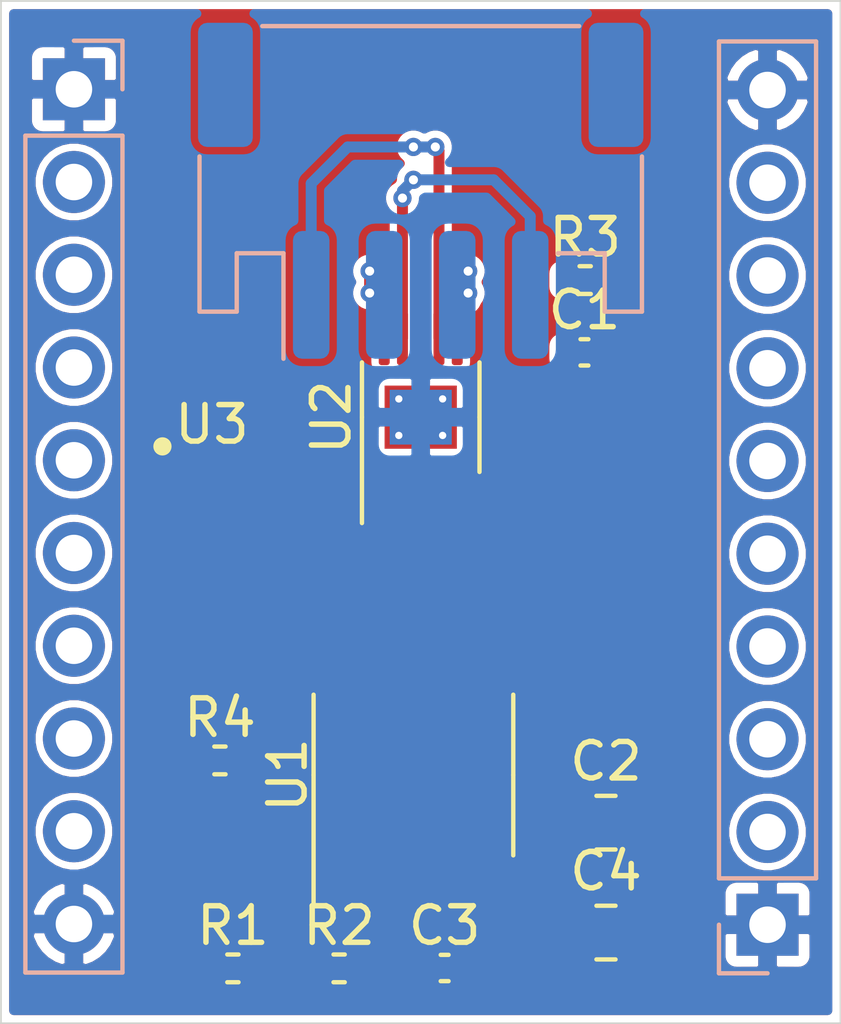
<source format=kicad_pcb>
(kicad_pcb (version 20171130) (host pcbnew "(5.1.8)-1")

  (general
    (thickness 1.6)
    (drawings 4)
    (tracks 28)
    (zones 0)
    (modules 14)
    (nets 43)
  )

  (page A4)
  (layers
    (0 F.Cu signal)
    (31 B.Cu signal)
    (32 B.Adhes user)
    (33 F.Adhes user)
    (34 B.Paste user)
    (35 F.Paste user)
    (36 B.SilkS user)
    (37 F.SilkS user)
    (38 B.Mask user)
    (39 F.Mask user)
    (40 Dwgs.User user)
    (41 Cmts.User user)
    (42 Eco1.User user)
    (43 Eco2.User user)
    (44 Edge.Cuts user)
    (45 Margin user)
    (46 B.CrtYd user)
    (47 F.CrtYd user)
    (48 B.Fab user hide)
    (49 F.Fab user hide)
  )

  (setup
    (last_trace_width 0.25)
    (user_trace_width 0.3)
    (trace_clearance 0.2)
    (zone_clearance 0.2)
    (zone_45_only no)
    (trace_min 0.2)
    (via_size 0.8)
    (via_drill 0.4)
    (via_min_size 0.4)
    (via_min_drill 0.2)
    (user_via 0.5 0.25)
    (uvia_size 0.3)
    (uvia_drill 0.1)
    (uvias_allowed no)
    (uvia_min_size 0.2)
    (uvia_min_drill 0.1)
    (edge_width 0.05)
    (segment_width 0.2)
    (pcb_text_width 0.3)
    (pcb_text_size 1.5 1.5)
    (mod_edge_width 0.12)
    (mod_text_size 1 1)
    (mod_text_width 0.15)
    (pad_size 1.524 1.524)
    (pad_drill 0.762)
    (pad_to_mask_clearance 0)
    (aux_axis_origin 0 0)
    (visible_elements 7FFFFFFF)
    (pcbplotparams
      (layerselection 0x010fc_ffffffff)
      (usegerberextensions false)
      (usegerberattributes true)
      (usegerberadvancedattributes true)
      (creategerberjobfile true)
      (excludeedgelayer true)
      (linewidth 0.100000)
      (plotframeref false)
      (viasonmask false)
      (mode 1)
      (useauxorigin false)
      (hpglpennumber 1)
      (hpglpenspeed 20)
      (hpglpendiameter 15.000000)
      (psnegative false)
      (psa4output false)
      (plotreference true)
      (plotvalue true)
      (plotinvisibletext false)
      (padsonsilk false)
      (subtractmaskfromsilk false)
      (outputformat 1)
      (mirror false)
      (drillshape 1)
      (scaleselection 1)
      (outputdirectory ""))
  )

  (net 0 "")
  (net 1 GND)
  (net 2 /VDD)
  (net 3 /VBB)
  (net 4 "Net-(J1-Pad2)")
  (net 5 "Net-(J1-Pad3)")
  (net 6 "Net-(J1-Pad4)")
  (net 7 "Net-(J1-Pad5)")
  (net 8 "Net-(J1-Pad6)")
  (net 9 "Net-(J1-Pad7)")
  (net 10 "Net-(J1-Pad8)")
  (net 11 "Net-(J2-Pad8)")
  (net 12 "Net-(J2-Pad7)")
  (net 13 "Net-(J2-Pad6)")
  (net 14 "Net-(J2-Pad5)")
  (net 15 "Net-(J2-Pad4)")
  (net 16 "Net-(J2-Pad3)")
  (net 17 "Net-(J2-Pad2)")
  (net 18 /OUT3)
  (net 19 /OUT1)
  (net 20 /OUT4)
  (net 21 /OUT2)
  (net 22 /SCL)
  (net 23 /SDA)
  (net 24 /INT)
  (net 25 /RESET)
  (net 26 /P0)
  (net 27 /P1)
  (net 28 /P2)
  (net 29 /P3)
  (net 30 "Net-(U1-Pad9)")
  (net 31 "Net-(U1-Pad10)")
  (net 32 "Net-(U1-Pad11)")
  (net 33 "Net-(U1-Pad12)")
  (net 34 "Net-(J1-Pad9)")
  (net 35 "Net-(J2-Pad9)")
  (net 36 "Net-(U3-Pad1)")
  (net 37 "Net-(U3-Pad3)")
  (net 38 "Net-(U3-Pad4)")
  (net 39 "Net-(U3-Pad6)")
  (net 40 "Net-(U3-Pad7)")
  (net 41 "Net-(U3-Pad8)")
  (net 42 "Net-(U3-Pad9)")

  (net_class Default "This is the default net class."
    (clearance 0.2)
    (trace_width 0.25)
    (via_dia 0.8)
    (via_drill 0.4)
    (uvia_dia 0.3)
    (uvia_drill 0.1)
    (add_net /INT)
    (add_net /OUT1)
    (add_net /OUT2)
    (add_net /OUT3)
    (add_net /OUT4)
    (add_net /P0)
    (add_net /P1)
    (add_net /P2)
    (add_net /P3)
    (add_net /RESET)
    (add_net /SCL)
    (add_net /SDA)
    (add_net /VBB)
    (add_net /VDD)
    (add_net GND)
    (add_net "Net-(J1-Pad2)")
    (add_net "Net-(J1-Pad3)")
    (add_net "Net-(J1-Pad4)")
    (add_net "Net-(J1-Pad5)")
    (add_net "Net-(J1-Pad6)")
    (add_net "Net-(J1-Pad7)")
    (add_net "Net-(J1-Pad8)")
    (add_net "Net-(J1-Pad9)")
    (add_net "Net-(J2-Pad2)")
    (add_net "Net-(J2-Pad3)")
    (add_net "Net-(J2-Pad4)")
    (add_net "Net-(J2-Pad5)")
    (add_net "Net-(J2-Pad6)")
    (add_net "Net-(J2-Pad7)")
    (add_net "Net-(J2-Pad8)")
    (add_net "Net-(J2-Pad9)")
    (add_net "Net-(U1-Pad10)")
    (add_net "Net-(U1-Pad11)")
    (add_net "Net-(U1-Pad12)")
    (add_net "Net-(U1-Pad9)")
    (add_net "Net-(U3-Pad1)")
    (add_net "Net-(U3-Pad3)")
    (add_net "Net-(U3-Pad4)")
    (add_net "Net-(U3-Pad6)")
    (add_net "Net-(U3-Pad7)")
    (add_net "Net-(U3-Pad8)")
    (add_net "Net-(U3-Pad9)")
  )

  (module Locator_Footprints:A3909 (layer F.Cu) (tedit 5FDBFB60) (tstamp 5FDC3A69)
    (at 146.5 94.4 90)
    (descr "Dual Full Bridge Motor Driver")
    (tags "MSOP SO")
    (path /5FDBDB01)
    (attr smd)
    (fp_text reference U2 (at 0 -2.45 90) (layer F.SilkS)
      (effects (font (size 1 1) (thickness 0.15)))
    )
    (fp_text value A3909 (at 0 2.45 90) (layer F.Fab)
      (effects (font (size 1 1) (thickness 0.15)))
    )
    (fp_text user %R (at 0 0 90) (layer F.Fab)
      (effects (font (size 0.75 0.75) (thickness 0.11)))
    )
    (fp_line (start 0 1.61) (end 1.5 1.61) (layer F.SilkS) (width 0.12))
    (fp_line (start 0 1.61) (end -1.5 1.61) (layer F.SilkS) (width 0.12))
    (fp_line (start 0 -1.61) (end 1.5 -1.61) (layer F.SilkS) (width 0.12))
    (fp_line (start 0 -1.61) (end -2.9 -1.61) (layer F.SilkS) (width 0.12))
    (fp_line (start -0.75 -1.5) (end 1.5 -1.5) (layer F.Fab) (width 0.1))
    (fp_line (start 1.5 -1.5) (end 1.5 1.5) (layer F.Fab) (width 0.1))
    (fp_line (start 1.5 1.5) (end -1.5 1.5) (layer F.Fab) (width 0.1))
    (fp_line (start -1.5 1.5) (end -1.5 -0.75) (layer F.Fab) (width 0.1))
    (fp_line (start -1.5 -0.75) (end -0.75 -1.5) (layer F.Fab) (width 0.1))
    (fp_line (start -3.15 -1.75) (end -3.15 1.75) (layer F.CrtYd) (width 0.05))
    (fp_line (start -3.15 1.75) (end 3.15 1.75) (layer F.CrtYd) (width 0.05))
    (fp_line (start 3.15 1.75) (end 3.15 -1.75) (layer F.CrtYd) (width 0.05))
    (fp_line (start 3.15 -1.75) (end -3.15 -1.75) (layer F.CrtYd) (width 0.05))
    (pad "" smd roundrect (at 0.43 0.495 90) (size 0.72 0.83) (layers F.Paste) (roundrect_rratio 0.25))
    (pad "" smd roundrect (at 0.43 -0.495 90) (size 0.72 0.83) (layers F.Paste) (roundrect_rratio 0.25))
    (pad "" smd roundrect (at -0.43 0.495 90) (size 0.72 0.83) (layers F.Paste) (roundrect_rratio 0.25))
    (pad "" smd roundrect (at -0.43 -0.495 90) (size 0.72 0.83) (layers F.Paste) (roundrect_rratio 0.25))
    (pad 11 smd rect (at 0 0 90) (size 1.5 1.7) (layers B.Cu)
      (net 1 GND))
    (pad 11 thru_hole circle (at 0.5 0.6 90) (size 0.5 0.5) (drill 0.2) (layers *.Cu)
      (net 1 GND))
    (pad 11 thru_hole circle (at -0.5 0.6 90) (size 0.5 0.5) (drill 0.2) (layers *.Cu)
      (net 1 GND))
    (pad 11 thru_hole circle (at 0.5 -0.6 90) (size 0.5 0.5) (drill 0.2) (layers *.Cu)
      (net 1 GND))
    (pad 11 thru_hole circle (at -0.5 -0.6 90) (size 0.5 0.5) (drill 0.2) (layers *.Cu)
      (net 1 GND))
    (pad 11 smd rect (at 0 0 90) (size 1.73 1.98) (layers F.Cu F.Mask)
      (net 1 GND))
    (pad 10 smd roundrect (at 2.1625 -1 90) (size 1.475 0.3) (layers F.Cu F.Paste F.Mask) (roundrect_rratio 0.25)
      (net 19 /OUT1))
    (pad 9 smd roundrect (at 2.1625 -0.5 90) (size 1.475 0.3) (layers F.Cu F.Paste F.Mask) (roundrect_rratio 0.25)
      (net 21 /OUT2))
    (pad 8 smd roundrect (at 2.1625 0 90) (size 1.475 0.3) (layers F.Cu F.Paste F.Mask) (roundrect_rratio 0.25)
      (net 1 GND))
    (pad 7 smd roundrect (at 2.1625 0.5 90) (size 1.475 0.3) (layers F.Cu F.Paste F.Mask) (roundrect_rratio 0.25)
      (net 18 /OUT3))
    (pad 6 smd roundrect (at 2.1625 1 90) (size 1.475 0.3) (layers F.Cu F.Paste F.Mask) (roundrect_rratio 0.25)
      (net 20 /OUT4))
    (pad 5 smd roundrect (at -2.1625 1 90) (size 1.475 0.3) (layers F.Cu F.Paste F.Mask) (roundrect_rratio 0.25)
      (net 30 "Net-(U1-Pad9)"))
    (pad 4 smd roundrect (at -2.1625 0.5 90) (size 1.475 0.3) (layers F.Cu F.Paste F.Mask) (roundrect_rratio 0.25)
      (net 31 "Net-(U1-Pad10)"))
    (pad 3 smd roundrect (at -2.1625 0 90) (size 1.475 0.3) (layers F.Cu F.Paste F.Mask) (roundrect_rratio 0.25)
      (net 3 /VBB))
    (pad 2 smd roundrect (at -2.1625 -0.5 90) (size 1.475 0.3) (layers F.Cu F.Paste F.Mask) (roundrect_rratio 0.25)
      (net 32 "Net-(U1-Pad11)"))
    (pad 1 smd roundrect (at -2.1625 -1 90) (size 1.475 0.3) (layers F.Cu F.Paste F.Mask) (roundrect_rratio 0.25)
      (net 33 "Net-(U1-Pad12)"))
    (model ${KICAD_CUSTOM_LIB}/A3909GLYTR-T.stp
      (at (xyz 0 0 0))
      (scale (xyz 1 1 1))
      (rotate (xyz 0 0 0))
    )
  )

  (module Locator_Footprints:JST_PH_S4B-PH-SM4-TB_1x04-1MP_P2.00mm_Horizontal (layer B.Cu) (tedit 5FDBF4ED) (tstamp 5FDCE2D9)
    (at 146.5 88.2)
    (descr "JST PH series connector, S4B-PH-SM4-TB (http://www.jst-mfg.com/product/pdf/eng/ePH.pdf), generated with kicad-footprint-generator")
    (tags "connector JST PH top entry")
    (path /5FDD840F)
    (attr smd)
    (fp_text reference J3 (at 0 5.8) (layer B.SilkS) hide
      (effects (font (size 1 1) (thickness 0.15)) (justify mirror))
    )
    (fp_text value B4B-PH-K-S (at 0 -5.8) (layer B.Fab)
      (effects (font (size 1 1) (thickness 0.15)) (justify mirror))
    )
    (fp_line (start -3 0.892893) (end -2.5 1.6) (layer B.Fab) (width 0.1))
    (fp_line (start -3.5 1.6) (end -3 0.892893) (layer B.Fab) (width 0.1))
    (fp_line (start 6.6 5.1) (end -6.6 5.1) (layer B.CrtYd) (width 0.05))
    (fp_line (start 6.6 -5.1) (end 6.6 5.1) (layer B.CrtYd) (width 0.05))
    (fp_line (start -6.6 -5.1) (end 6.6 -5.1) (layer B.CrtYd) (width 0.05))
    (fp_line (start -6.6 5.1) (end -6.6 -5.1) (layer B.CrtYd) (width 0.05))
    (fp_line (start 5.95 3.2) (end 5.95 -4.4) (layer B.Fab) (width 0.1))
    (fp_line (start -5.95 3.2) (end -5.95 -4.4) (layer B.Fab) (width 0.1))
    (fp_line (start -5.95 -4.4) (end 5.95 -4.4) (layer B.Fab) (width 0.1))
    (fp_line (start -4.34 -4.51) (end 4.34 -4.51) (layer B.SilkS) (width 0.12))
    (fp_line (start 5.04 1.71) (end 3.76 1.71) (layer B.SilkS) (width 0.12))
    (fp_line (start 5.04 3.31) (end 5.04 1.71) (layer B.SilkS) (width 0.12))
    (fp_line (start 6.06 3.31) (end 5.04 3.31) (layer B.SilkS) (width 0.12))
    (fp_line (start 6.06 -0.94) (end 6.06 3.31) (layer B.SilkS) (width 0.12))
    (fp_line (start -3.76 1.71) (end -3.76 4.6) (layer B.SilkS) (width 0.12))
    (fp_line (start -5.04 1.71) (end -3.76 1.71) (layer B.SilkS) (width 0.12))
    (fp_line (start -5.04 3.31) (end -5.04 1.71) (layer B.SilkS) (width 0.12))
    (fp_line (start -6.06 3.31) (end -5.04 3.31) (layer B.SilkS) (width 0.12))
    (fp_line (start -6.06 -0.94) (end -6.06 3.31) (layer B.SilkS) (width 0.12))
    (fp_line (start 5.15 3.2) (end 5.95 3.2) (layer B.Fab) (width 0.1))
    (fp_line (start 5.15 1.6) (end 5.15 3.2) (layer B.Fab) (width 0.1))
    (fp_line (start -5.15 1.6) (end 5.15 1.6) (layer B.Fab) (width 0.1))
    (fp_line (start -5.15 3.2) (end -5.15 1.6) (layer B.Fab) (width 0.1))
    (fp_line (start -5.95 3.2) (end -5.15 3.2) (layer B.Fab) (width 0.1))
    (fp_text user %R (at 0 -1.5) (layer B.Fab)
      (effects (font (size 1 1) (thickness 0.15)) (justify mirror))
    )
    (pad MP smd roundrect (at 5.35 -2.9) (size 1.5 3.4) (layers B.Cu B.Paste B.Mask) (roundrect_rratio 0.166667))
    (pad MP smd roundrect (at -5.35 -2.9) (size 1.5 3.4) (layers B.Cu B.Paste B.Mask) (roundrect_rratio 0.166667))
    (pad 4 smd roundrect (at 3 2.85) (size 1 3.5) (layers B.Cu B.Paste B.Mask) (roundrect_rratio 0.25)
      (net 21 /OUT2))
    (pad 3 smd roundrect (at 1 2.85) (size 1 3.5) (layers B.Cu B.Paste B.Mask) (roundrect_rratio 0.25)
      (net 20 /OUT4))
    (pad 2 smd roundrect (at -1 2.85) (size 1 3.5) (layers B.Cu B.Paste B.Mask) (roundrect_rratio 0.25)
      (net 19 /OUT1))
    (pad 1 smd roundrect (at -3 2.85) (size 1 3.5) (layers B.Cu B.Paste B.Mask) (roundrect_rratio 0.25)
      (net 18 /OUT3))
    (model ${KICAD_CUSTOM_LIB}/S4B-PH-SM4-TB.stp
      (offset (xyz 0 -4.5 0))
      (scale (xyz 1 1 1))
      (rotate (xyz -90 0 0))
    )
  )

  (module Locator_Footprints:MAX17291ATA+T (layer F.Cu) (tedit 5FDBEED7) (tstamp 5FDCE334)
    (at 140.8 96.6)
    (descr T822+3C)
    (tags "Integrated Circuit")
    (path /5FE52B80)
    (attr smd)
    (fp_text reference U3 (at -0.02 -2) (layer F.SilkS)
      (effects (font (size 1 1) (thickness 0.15)))
    )
    (fp_text value MAX17291 (at -0.04 3.127) (layer F.SilkS) hide
      (effects (font (size 1.27 1.27) (thickness 0.254)))
    )
    (fp_line (start -1.625 -1.3) (end 1.625 -1.3) (layer F.CrtYd) (width 0.05))
    (fp_line (start 1.625 -1.3) (end 1.625 1.3) (layer F.CrtYd) (width 0.05))
    (fp_line (start 1.625 1.3) (end -1.625 1.3) (layer F.CrtYd) (width 0.05))
    (fp_line (start -1.625 1.3) (end -1.625 -1.3) (layer F.CrtYd) (width 0.05))
    (fp_line (start -1 -1) (end 1 -1) (layer F.Fab) (width 0.1))
    (fp_line (start 1 -1) (end 1 1) (layer F.Fab) (width 0.1))
    (fp_line (start 1 1) (end -1 1) (layer F.Fab) (width 0.1))
    (fp_line (start -1 1) (end -1 -1) (layer F.Fab) (width 0.1))
    (fp_line (start -1 -0.5) (end -0.5 -1) (layer F.Fab) (width 0.1))
    (fp_circle (center -1.375 -1.4) (end -1.375 -1.275) (layer F.SilkS) (width 0.25))
    (fp_text user %R (at -0.02 -2.382) (layer F.Fab)
      (effects (font (size 1.27 1.27) (thickness 0.254)))
    )
    (pad 1 smd rect (at -1 -0.75 90) (size 0.3 0.75) (layers F.Cu F.Paste F.Mask)
      (net 36 "Net-(U3-Pad1)"))
    (pad 2 smd rect (at -1 -0.25 90) (size 0.3 0.75) (layers F.Cu F.Paste F.Mask))
    (pad 3 smd rect (at -1 0.25 90) (size 0.3 0.75) (layers F.Cu F.Paste F.Mask)
      (net 37 "Net-(U3-Pad3)"))
    (pad 4 smd rect (at -1 0.75 90) (size 0.3 0.75) (layers F.Cu F.Paste F.Mask)
      (net 38 "Net-(U3-Pad4)"))
    (pad 5 smd rect (at 1 0.75 90) (size 0.3 0.75) (layers F.Cu F.Paste F.Mask))
    (pad 6 smd rect (at 1 0.25 90) (size 0.3 0.75) (layers F.Cu F.Paste F.Mask)
      (net 39 "Net-(U3-Pad6)"))
    (pad 7 smd rect (at 1 -0.25 90) (size 0.3 0.75) (layers F.Cu F.Paste F.Mask)
      (net 40 "Net-(U3-Pad7)"))
    (pad 8 smd rect (at 1 -0.75 90) (size 0.3 0.75) (layers F.Cu F.Paste F.Mask)
      (net 41 "Net-(U3-Pad8)"))
    (pad 9 smd rect (at 0 0) (size 0.9 1.3) (layers F.Cu F.Paste F.Mask)
      (net 42 "Net-(U3-Pad9)"))
    (model ${KICAD_CUSTOM_LIB}/MAX17291ATA+T.stp
      (at (xyz 0 0 0))
      (scale (xyz 1 1 1))
      (rotate (xyz 0 0 0))
    )
  )

  (module Connector_PinHeader_2.54mm:PinHeader_1x10_P2.54mm_Vertical (layer B.Cu) (tedit 59FED5CC) (tstamp 5FDC3D95)
    (at 156 108.3)
    (descr "Through hole straight pin header, 1x10, 2.54mm pitch, single row")
    (tags "Through hole pin header THT 1x10 2.54mm single row")
    (path /5FDC3C47)
    (fp_text reference J2 (at 0 2.33) (layer B.SilkS) hide
      (effects (font (size 1 1) (thickness 0.15)) (justify mirror))
    )
    (fp_text value Conn_01x10 (at 0 -25.19) (layer B.Fab)
      (effects (font (size 1 1) (thickness 0.15)) (justify mirror))
    )
    (fp_line (start 1.8 1.8) (end -1.8 1.8) (layer B.CrtYd) (width 0.05))
    (fp_line (start 1.8 -24.65) (end 1.8 1.8) (layer B.CrtYd) (width 0.05))
    (fp_line (start -1.8 -24.65) (end 1.8 -24.65) (layer B.CrtYd) (width 0.05))
    (fp_line (start -1.8 1.8) (end -1.8 -24.65) (layer B.CrtYd) (width 0.05))
    (fp_line (start -1.33 1.33) (end 0 1.33) (layer B.SilkS) (width 0.12))
    (fp_line (start -1.33 0) (end -1.33 1.33) (layer B.SilkS) (width 0.12))
    (fp_line (start -1.33 -1.27) (end 1.33 -1.27) (layer B.SilkS) (width 0.12))
    (fp_line (start 1.33 -1.27) (end 1.33 -24.19) (layer B.SilkS) (width 0.12))
    (fp_line (start -1.33 -1.27) (end -1.33 -24.19) (layer B.SilkS) (width 0.12))
    (fp_line (start -1.33 -24.19) (end 1.33 -24.19) (layer B.SilkS) (width 0.12))
    (fp_line (start -1.27 0.635) (end -0.635 1.27) (layer B.Fab) (width 0.1))
    (fp_line (start -1.27 -24.13) (end -1.27 0.635) (layer B.Fab) (width 0.1))
    (fp_line (start 1.27 -24.13) (end -1.27 -24.13) (layer B.Fab) (width 0.1))
    (fp_line (start 1.27 1.27) (end 1.27 -24.13) (layer B.Fab) (width 0.1))
    (fp_line (start -0.635 1.27) (end 1.27 1.27) (layer B.Fab) (width 0.1))
    (fp_text user %R (at 0 -11.43 -90) (layer B.Fab)
      (effects (font (size 1 1) (thickness 0.15)) (justify mirror))
    )
    (pad 10 thru_hole oval (at 0 -22.86) (size 1.7 1.7) (drill 1) (layers *.Cu *.Mask)
      (net 1 GND))
    (pad 9 thru_hole oval (at 0 -20.32) (size 1.7 1.7) (drill 1) (layers *.Cu *.Mask)
      (net 35 "Net-(J2-Pad9)"))
    (pad 8 thru_hole oval (at 0 -17.78) (size 1.7 1.7) (drill 1) (layers *.Cu *.Mask)
      (net 11 "Net-(J2-Pad8)"))
    (pad 7 thru_hole oval (at 0 -15.24) (size 1.7 1.7) (drill 1) (layers *.Cu *.Mask)
      (net 12 "Net-(J2-Pad7)"))
    (pad 6 thru_hole oval (at 0 -12.7) (size 1.7 1.7) (drill 1) (layers *.Cu *.Mask)
      (net 13 "Net-(J2-Pad6)"))
    (pad 5 thru_hole oval (at 0 -10.16) (size 1.7 1.7) (drill 1) (layers *.Cu *.Mask)
      (net 14 "Net-(J2-Pad5)"))
    (pad 4 thru_hole oval (at 0 -7.62) (size 1.7 1.7) (drill 1) (layers *.Cu *.Mask)
      (net 15 "Net-(J2-Pad4)"))
    (pad 3 thru_hole oval (at 0 -5.08) (size 1.7 1.7) (drill 1) (layers *.Cu *.Mask)
      (net 16 "Net-(J2-Pad3)"))
    (pad 2 thru_hole oval (at 0 -2.54) (size 1.7 1.7) (drill 1) (layers *.Cu *.Mask)
      (net 17 "Net-(J2-Pad2)"))
    (pad 1 thru_hole rect (at 0 0) (size 1.7 1.7) (drill 1) (layers *.Cu *.Mask)
      (net 1 GND))
    (model ${KISYS3DMOD}/Connector_PinHeader_2.54mm.3dshapes/PinHeader_1x10_P2.54mm_Vertical.wrl
      (at (xyz 0 0 0))
      (scale (xyz 1 1 1))
      (rotate (xyz 0 0 0))
    )
  )

  (module Connector_PinHeader_2.54mm:PinHeader_1x10_P2.54mm_Vertical (layer B.Cu) (tedit 59FED5CC) (tstamp 5FDCDA83)
    (at 137 85.42 180)
    (descr "Through hole straight pin header, 1x10, 2.54mm pitch, single row")
    (tags "Through hole pin header THT 1x10 2.54mm single row")
    (path /5FDC0F46)
    (fp_text reference J1 (at 0 2.33) (layer B.SilkS) hide
      (effects (font (size 1 1) (thickness 0.15)) (justify mirror))
    )
    (fp_text value Conn_01x10 (at 0 -25.19) (layer B.Fab)
      (effects (font (size 1 1) (thickness 0.15)) (justify mirror))
    )
    (fp_line (start 1.8 1.8) (end -1.8 1.8) (layer B.CrtYd) (width 0.05))
    (fp_line (start 1.8 -24.65) (end 1.8 1.8) (layer B.CrtYd) (width 0.05))
    (fp_line (start -1.8 -24.65) (end 1.8 -24.65) (layer B.CrtYd) (width 0.05))
    (fp_line (start -1.8 1.8) (end -1.8 -24.65) (layer B.CrtYd) (width 0.05))
    (fp_line (start -1.33 1.33) (end 0 1.33) (layer B.SilkS) (width 0.12))
    (fp_line (start -1.33 0) (end -1.33 1.33) (layer B.SilkS) (width 0.12))
    (fp_line (start -1.33 -1.27) (end 1.33 -1.27) (layer B.SilkS) (width 0.12))
    (fp_line (start 1.33 -1.27) (end 1.33 -24.19) (layer B.SilkS) (width 0.12))
    (fp_line (start -1.33 -1.27) (end -1.33 -24.19) (layer B.SilkS) (width 0.12))
    (fp_line (start -1.33 -24.19) (end 1.33 -24.19) (layer B.SilkS) (width 0.12))
    (fp_line (start -1.27 0.635) (end -0.635 1.27) (layer B.Fab) (width 0.1))
    (fp_line (start -1.27 -24.13) (end -1.27 0.635) (layer B.Fab) (width 0.1))
    (fp_line (start 1.27 -24.13) (end -1.27 -24.13) (layer B.Fab) (width 0.1))
    (fp_line (start 1.27 1.27) (end 1.27 -24.13) (layer B.Fab) (width 0.1))
    (fp_line (start -0.635 1.27) (end 1.27 1.27) (layer B.Fab) (width 0.1))
    (fp_text user %R (at 0 -11.43 270) (layer B.Fab)
      (effects (font (size 1 1) (thickness 0.15)) (justify mirror))
    )
    (pad 10 thru_hole oval (at 0 -22.86 180) (size 1.7 1.7) (drill 1) (layers *.Cu *.Mask)
      (net 1 GND))
    (pad 9 thru_hole oval (at 0 -20.32 180) (size 1.7 1.7) (drill 1) (layers *.Cu *.Mask)
      (net 34 "Net-(J1-Pad9)"))
    (pad 8 thru_hole oval (at 0 -17.78 180) (size 1.7 1.7) (drill 1) (layers *.Cu *.Mask)
      (net 10 "Net-(J1-Pad8)"))
    (pad 7 thru_hole oval (at 0 -15.24 180) (size 1.7 1.7) (drill 1) (layers *.Cu *.Mask)
      (net 9 "Net-(J1-Pad7)"))
    (pad 6 thru_hole oval (at 0 -12.7 180) (size 1.7 1.7) (drill 1) (layers *.Cu *.Mask)
      (net 8 "Net-(J1-Pad6)"))
    (pad 5 thru_hole oval (at 0 -10.16 180) (size 1.7 1.7) (drill 1) (layers *.Cu *.Mask)
      (net 7 "Net-(J1-Pad5)"))
    (pad 4 thru_hole oval (at 0 -7.62 180) (size 1.7 1.7) (drill 1) (layers *.Cu *.Mask)
      (net 6 "Net-(J1-Pad4)"))
    (pad 3 thru_hole oval (at 0 -5.08 180) (size 1.7 1.7) (drill 1) (layers *.Cu *.Mask)
      (net 5 "Net-(J1-Pad3)"))
    (pad 2 thru_hole oval (at 0 -2.54 180) (size 1.7 1.7) (drill 1) (layers *.Cu *.Mask)
      (net 4 "Net-(J1-Pad2)"))
    (pad 1 thru_hole rect (at 0 0 180) (size 1.7 1.7) (drill 1) (layers *.Cu *.Mask)
      (net 1 GND))
    (model ${KISYS3DMOD}/Connector_PinHeader_2.54mm.3dshapes/PinHeader_1x10_P2.54mm_Vertical.wrl
      (at (xyz 0 0 0))
      (scale (xyz 1 1 1))
      (rotate (xyz 0 0 0))
    )
  )

  (module Capacitor_SMD:C_0402_1005Metric (layer F.Cu) (tedit 5F68FEEE) (tstamp 5FDC3945)
    (at 150.985001 92.625001)
    (descr "Capacitor SMD 0402 (1005 Metric), square (rectangular) end terminal, IPC_7351 nominal, (Body size source: IPC-SM-782 page 76, https://www.pcb-3d.com/wordpress/wp-content/uploads/ipc-sm-782a_amendment_1_and_2.pdf), generated with kicad-footprint-generator")
    (tags capacitor)
    (path /5FDDFBC4)
    (attr smd)
    (fp_text reference C1 (at 0 -1.16) (layer F.SilkS)
      (effects (font (size 1 1) (thickness 0.15)))
    )
    (fp_text value 4.7uF (at 0 1.16) (layer F.Fab)
      (effects (font (size 1 1) (thickness 0.15)))
    )
    (fp_line (start -0.5 0.25) (end -0.5 -0.25) (layer F.Fab) (width 0.1))
    (fp_line (start -0.5 -0.25) (end 0.5 -0.25) (layer F.Fab) (width 0.1))
    (fp_line (start 0.5 -0.25) (end 0.5 0.25) (layer F.Fab) (width 0.1))
    (fp_line (start 0.5 0.25) (end -0.5 0.25) (layer F.Fab) (width 0.1))
    (fp_line (start -0.107836 -0.36) (end 0.107836 -0.36) (layer F.SilkS) (width 0.12))
    (fp_line (start -0.107836 0.36) (end 0.107836 0.36) (layer F.SilkS) (width 0.12))
    (fp_line (start -0.91 0.46) (end -0.91 -0.46) (layer F.CrtYd) (width 0.05))
    (fp_line (start -0.91 -0.46) (end 0.91 -0.46) (layer F.CrtYd) (width 0.05))
    (fp_line (start 0.91 -0.46) (end 0.91 0.46) (layer F.CrtYd) (width 0.05))
    (fp_line (start 0.91 0.46) (end -0.91 0.46) (layer F.CrtYd) (width 0.05))
    (fp_text user %R (at 0 0) (layer F.Fab)
      (effects (font (size 0.25 0.25) (thickness 0.04)))
    )
    (pad 1 smd roundrect (at -0.48 0) (size 0.56 0.62) (layers F.Cu F.Paste F.Mask) (roundrect_rratio 0.25)
      (net 2 /VDD))
    (pad 2 smd roundrect (at 0.48 0) (size 0.56 0.62) (layers F.Cu F.Paste F.Mask) (roundrect_rratio 0.25)
      (net 1 GND))
    (model ${KISYS3DMOD}/Capacitor_SMD.3dshapes/C_0402_1005Metric.wrl
      (at (xyz 0 0 0))
      (scale (xyz 1 1 1))
      (rotate (xyz 0 0 0))
    )
  )

  (module Capacitor_SMD:C_0805_2012Metric (layer F.Cu) (tedit 5F68FEEE) (tstamp 5FDC45C7)
    (at 151.575001 105.505001)
    (descr "Capacitor SMD 0805 (2012 Metric), square (rectangular) end terminal, IPC_7351 nominal, (Body size source: IPC-SM-782 page 76, https://www.pcb-3d.com/wordpress/wp-content/uploads/ipc-sm-782a_amendment_1_and_2.pdf, https://docs.google.com/spreadsheets/d/1BsfQQcO9C6DZCsRaXUlFlo91Tg2WpOkGARC1WS5S8t0/edit?usp=sharing), generated with kicad-footprint-generator")
    (tags capacitor)
    (path /5FDCA847)
    (attr smd)
    (fp_text reference C2 (at 0 -1.68) (layer F.SilkS)
      (effects (font (size 1 1) (thickness 0.15)))
    )
    (fp_text value 20uF (at 0 1.68) (layer F.Fab)
      (effects (font (size 1 1) (thickness 0.15)))
    )
    (fp_line (start 1.7 0.98) (end -1.7 0.98) (layer F.CrtYd) (width 0.05))
    (fp_line (start 1.7 -0.98) (end 1.7 0.98) (layer F.CrtYd) (width 0.05))
    (fp_line (start -1.7 -0.98) (end 1.7 -0.98) (layer F.CrtYd) (width 0.05))
    (fp_line (start -1.7 0.98) (end -1.7 -0.98) (layer F.CrtYd) (width 0.05))
    (fp_line (start -0.261252 0.735) (end 0.261252 0.735) (layer F.SilkS) (width 0.12))
    (fp_line (start -0.261252 -0.735) (end 0.261252 -0.735) (layer F.SilkS) (width 0.12))
    (fp_line (start 1 0.625) (end -1 0.625) (layer F.Fab) (width 0.1))
    (fp_line (start 1 -0.625) (end 1 0.625) (layer F.Fab) (width 0.1))
    (fp_line (start -1 -0.625) (end 1 -0.625) (layer F.Fab) (width 0.1))
    (fp_line (start -1 0.625) (end -1 -0.625) (layer F.Fab) (width 0.1))
    (fp_text user %R (at 0 0) (layer F.Fab)
      (effects (font (size 0.5 0.5) (thickness 0.08)))
    )
    (pad 2 smd roundrect (at 0.95 0) (size 1 1.45) (layers F.Cu F.Paste F.Mask) (roundrect_rratio 0.25)
      (net 1 GND))
    (pad 1 smd roundrect (at -0.95 0) (size 1 1.45) (layers F.Cu F.Paste F.Mask) (roundrect_rratio 0.25)
      (net 3 /VBB))
    (model ${KISYS3DMOD}/Capacitor_SMD.3dshapes/C_0805_2012Metric.wrl
      (at (xyz 0 0 0))
      (scale (xyz 1 1 1))
      (rotate (xyz 0 0 0))
    )
  )

  (module Capacitor_SMD:C_0402_1005Metric (layer F.Cu) (tedit 5F68FEEE) (tstamp 5FDC3967)
    (at 147.155001 109.485001)
    (descr "Capacitor SMD 0402 (1005 Metric), square (rectangular) end terminal, IPC_7351 nominal, (Body size source: IPC-SM-782 page 76, https://www.pcb-3d.com/wordpress/wp-content/uploads/ipc-sm-782a_amendment_1_and_2.pdf), generated with kicad-footprint-generator")
    (tags capacitor)
    (path /5FDDB94E)
    (attr smd)
    (fp_text reference C3 (at 0 -1.16) (layer F.SilkS)
      (effects (font (size 1 1) (thickness 0.15)))
    )
    (fp_text value 100nF (at 0 1.16) (layer F.Fab)
      (effects (font (size 1 1) (thickness 0.15)))
    )
    (fp_line (start 0.91 0.46) (end -0.91 0.46) (layer F.CrtYd) (width 0.05))
    (fp_line (start 0.91 -0.46) (end 0.91 0.46) (layer F.CrtYd) (width 0.05))
    (fp_line (start -0.91 -0.46) (end 0.91 -0.46) (layer F.CrtYd) (width 0.05))
    (fp_line (start -0.91 0.46) (end -0.91 -0.46) (layer F.CrtYd) (width 0.05))
    (fp_line (start -0.107836 0.36) (end 0.107836 0.36) (layer F.SilkS) (width 0.12))
    (fp_line (start -0.107836 -0.36) (end 0.107836 -0.36) (layer F.SilkS) (width 0.12))
    (fp_line (start 0.5 0.25) (end -0.5 0.25) (layer F.Fab) (width 0.1))
    (fp_line (start 0.5 -0.25) (end 0.5 0.25) (layer F.Fab) (width 0.1))
    (fp_line (start -0.5 -0.25) (end 0.5 -0.25) (layer F.Fab) (width 0.1))
    (fp_line (start -0.5 0.25) (end -0.5 -0.25) (layer F.Fab) (width 0.1))
    (fp_text user %R (at 0 0) (layer F.Fab)
      (effects (font (size 0.25 0.25) (thickness 0.04)))
    )
    (pad 2 smd roundrect (at 0.48 0) (size 0.56 0.62) (layers F.Cu F.Paste F.Mask) (roundrect_rratio 0.25)
      (net 1 GND))
    (pad 1 smd roundrect (at -0.48 0) (size 0.56 0.62) (layers F.Cu F.Paste F.Mask) (roundrect_rratio 0.25)
      (net 2 /VDD))
    (model ${KISYS3DMOD}/Capacitor_SMD.3dshapes/C_0402_1005Metric.wrl
      (at (xyz 0 0 0))
      (scale (xyz 1 1 1))
      (rotate (xyz 0 0 0))
    )
  )

  (module Capacitor_SMD:C_0805_2012Metric (layer F.Cu) (tedit 5F68FEEE) (tstamp 5FDC45F7)
    (at 151.575001 108.515001)
    (descr "Capacitor SMD 0805 (2012 Metric), square (rectangular) end terminal, IPC_7351 nominal, (Body size source: IPC-SM-782 page 76, https://www.pcb-3d.com/wordpress/wp-content/uploads/ipc-sm-782a_amendment_1_and_2.pdf, https://docs.google.com/spreadsheets/d/1BsfQQcO9C6DZCsRaXUlFlo91Tg2WpOkGARC1WS5S8t0/edit?usp=sharing), generated with kicad-footprint-generator")
    (tags capacitor)
    (path /5FDCB1F9)
    (attr smd)
    (fp_text reference C4 (at 0 -1.68) (layer F.SilkS)
      (effects (font (size 1 1) (thickness 0.15)))
    )
    (fp_text value DNP (at 0 1.68) (layer F.Fab)
      (effects (font (size 1 1) (thickness 0.15)))
    )
    (fp_line (start -1 0.625) (end -1 -0.625) (layer F.Fab) (width 0.1))
    (fp_line (start -1 -0.625) (end 1 -0.625) (layer F.Fab) (width 0.1))
    (fp_line (start 1 -0.625) (end 1 0.625) (layer F.Fab) (width 0.1))
    (fp_line (start 1 0.625) (end -1 0.625) (layer F.Fab) (width 0.1))
    (fp_line (start -0.261252 -0.735) (end 0.261252 -0.735) (layer F.SilkS) (width 0.12))
    (fp_line (start -0.261252 0.735) (end 0.261252 0.735) (layer F.SilkS) (width 0.12))
    (fp_line (start -1.7 0.98) (end -1.7 -0.98) (layer F.CrtYd) (width 0.05))
    (fp_line (start -1.7 -0.98) (end 1.7 -0.98) (layer F.CrtYd) (width 0.05))
    (fp_line (start 1.7 -0.98) (end 1.7 0.98) (layer F.CrtYd) (width 0.05))
    (fp_line (start 1.7 0.98) (end -1.7 0.98) (layer F.CrtYd) (width 0.05))
    (fp_text user %R (at 0 0) (layer F.Fab)
      (effects (font (size 0.5 0.5) (thickness 0.08)))
    )
    (pad 1 smd roundrect (at -0.95 0) (size 1 1.45) (layers F.Cu F.Paste F.Mask) (roundrect_rratio 0.25)
      (net 3 /VBB))
    (pad 2 smd roundrect (at 0.95 0) (size 1 1.45) (layers F.Cu F.Paste F.Mask) (roundrect_rratio 0.25)
      (net 1 GND))
    (model ${KISYS3DMOD}/Capacitor_SMD.3dshapes/C_0805_2012Metric.wrl
      (at (xyz 0 0 0))
      (scale (xyz 1 1 1))
      (rotate (xyz 0 0 0))
    )
  )

  (module Resistor_SMD:R_0402_1005Metric (layer F.Cu) (tedit 5F68FEEE) (tstamp 5FDC39EE)
    (at 141.355001 109.495001)
    (descr "Resistor SMD 0402 (1005 Metric), square (rectangular) end terminal, IPC_7351 nominal, (Body size source: IPC-SM-782 page 72, https://www.pcb-3d.com/wordpress/wp-content/uploads/ipc-sm-782a_amendment_1_and_2.pdf), generated with kicad-footprint-generator")
    (tags resistor)
    (path /5FE1637A)
    (attr smd)
    (fp_text reference R1 (at 0 -1.17) (layer F.SilkS)
      (effects (font (size 1 1) (thickness 0.15)))
    )
    (fp_text value DNP (at 0 1.17) (layer F.Fab)
      (effects (font (size 1 1) (thickness 0.15)))
    )
    (fp_line (start -0.525 0.27) (end -0.525 -0.27) (layer F.Fab) (width 0.1))
    (fp_line (start -0.525 -0.27) (end 0.525 -0.27) (layer F.Fab) (width 0.1))
    (fp_line (start 0.525 -0.27) (end 0.525 0.27) (layer F.Fab) (width 0.1))
    (fp_line (start 0.525 0.27) (end -0.525 0.27) (layer F.Fab) (width 0.1))
    (fp_line (start -0.153641 -0.38) (end 0.153641 -0.38) (layer F.SilkS) (width 0.12))
    (fp_line (start -0.153641 0.38) (end 0.153641 0.38) (layer F.SilkS) (width 0.12))
    (fp_line (start -0.93 0.47) (end -0.93 -0.47) (layer F.CrtYd) (width 0.05))
    (fp_line (start -0.93 -0.47) (end 0.93 -0.47) (layer F.CrtYd) (width 0.05))
    (fp_line (start 0.93 -0.47) (end 0.93 0.47) (layer F.CrtYd) (width 0.05))
    (fp_line (start 0.93 0.47) (end -0.93 0.47) (layer F.CrtYd) (width 0.05))
    (fp_text user %R (at 0 0) (layer F.Fab)
      (effects (font (size 0.26 0.26) (thickness 0.04)))
    )
    (pad 1 smd roundrect (at -0.51 0) (size 0.54 0.64) (layers F.Cu F.Paste F.Mask) (roundrect_rratio 0.25)
      (net 2 /VDD))
    (pad 2 smd roundrect (at 0.51 0) (size 0.54 0.64) (layers F.Cu F.Paste F.Mask) (roundrect_rratio 0.25)
      (net 22 /SCL))
    (model ${KISYS3DMOD}/Resistor_SMD.3dshapes/R_0402_1005Metric.wrl
      (at (xyz 0 0 0))
      (scale (xyz 1 1 1))
      (rotate (xyz 0 0 0))
    )
  )

  (module Resistor_SMD:R_0402_1005Metric (layer F.Cu) (tedit 5F68FEEE) (tstamp 5FDC39FF)
    (at 144.265001 109.495001)
    (descr "Resistor SMD 0402 (1005 Metric), square (rectangular) end terminal, IPC_7351 nominal, (Body size source: IPC-SM-782 page 72, https://www.pcb-3d.com/wordpress/wp-content/uploads/ipc-sm-782a_amendment_1_and_2.pdf), generated with kicad-footprint-generator")
    (tags resistor)
    (path /5FE14229)
    (attr smd)
    (fp_text reference R2 (at 0 -1.17) (layer F.SilkS)
      (effects (font (size 1 1) (thickness 0.15)))
    )
    (fp_text value DNP (at 0 1.17) (layer F.Fab)
      (effects (font (size 1 1) (thickness 0.15)))
    )
    (fp_line (start 0.93 0.47) (end -0.93 0.47) (layer F.CrtYd) (width 0.05))
    (fp_line (start 0.93 -0.47) (end 0.93 0.47) (layer F.CrtYd) (width 0.05))
    (fp_line (start -0.93 -0.47) (end 0.93 -0.47) (layer F.CrtYd) (width 0.05))
    (fp_line (start -0.93 0.47) (end -0.93 -0.47) (layer F.CrtYd) (width 0.05))
    (fp_line (start -0.153641 0.38) (end 0.153641 0.38) (layer F.SilkS) (width 0.12))
    (fp_line (start -0.153641 -0.38) (end 0.153641 -0.38) (layer F.SilkS) (width 0.12))
    (fp_line (start 0.525 0.27) (end -0.525 0.27) (layer F.Fab) (width 0.1))
    (fp_line (start 0.525 -0.27) (end 0.525 0.27) (layer F.Fab) (width 0.1))
    (fp_line (start -0.525 -0.27) (end 0.525 -0.27) (layer F.Fab) (width 0.1))
    (fp_line (start -0.525 0.27) (end -0.525 -0.27) (layer F.Fab) (width 0.1))
    (fp_text user %R (at 0 0) (layer F.Fab)
      (effects (font (size 0.26 0.26) (thickness 0.04)))
    )
    (pad 2 smd roundrect (at 0.51 0) (size 0.54 0.64) (layers F.Cu F.Paste F.Mask) (roundrect_rratio 0.25)
      (net 23 /SDA))
    (pad 1 smd roundrect (at -0.51 0) (size 0.54 0.64) (layers F.Cu F.Paste F.Mask) (roundrect_rratio 0.25)
      (net 2 /VDD))
    (model ${KISYS3DMOD}/Resistor_SMD.3dshapes/R_0402_1005Metric.wrl
      (at (xyz 0 0 0))
      (scale (xyz 1 1 1))
      (rotate (xyz 0 0 0))
    )
  )

  (module Resistor_SMD:R_0402_1005Metric (layer F.Cu) (tedit 5F68FEEE) (tstamp 5FDC3A10)
    (at 151.005001 90.645001)
    (descr "Resistor SMD 0402 (1005 Metric), square (rectangular) end terminal, IPC_7351 nominal, (Body size source: IPC-SM-782 page 72, https://www.pcb-3d.com/wordpress/wp-content/uploads/ipc-sm-782a_amendment_1_and_2.pdf), generated with kicad-footprint-generator")
    (tags resistor)
    (path /5FE14F48)
    (attr smd)
    (fp_text reference R3 (at 0 -1.17) (layer F.SilkS)
      (effects (font (size 1 1) (thickness 0.15)))
    )
    (fp_text value 10K (at 0 1.17) (layer F.Fab)
      (effects (font (size 1 1) (thickness 0.15)))
    )
    (fp_line (start -0.525 0.27) (end -0.525 -0.27) (layer F.Fab) (width 0.1))
    (fp_line (start -0.525 -0.27) (end 0.525 -0.27) (layer F.Fab) (width 0.1))
    (fp_line (start 0.525 -0.27) (end 0.525 0.27) (layer F.Fab) (width 0.1))
    (fp_line (start 0.525 0.27) (end -0.525 0.27) (layer F.Fab) (width 0.1))
    (fp_line (start -0.153641 -0.38) (end 0.153641 -0.38) (layer F.SilkS) (width 0.12))
    (fp_line (start -0.153641 0.38) (end 0.153641 0.38) (layer F.SilkS) (width 0.12))
    (fp_line (start -0.93 0.47) (end -0.93 -0.47) (layer F.CrtYd) (width 0.05))
    (fp_line (start -0.93 -0.47) (end 0.93 -0.47) (layer F.CrtYd) (width 0.05))
    (fp_line (start 0.93 -0.47) (end 0.93 0.47) (layer F.CrtYd) (width 0.05))
    (fp_line (start 0.93 0.47) (end -0.93 0.47) (layer F.CrtYd) (width 0.05))
    (fp_text user %R (at 0 0) (layer F.Fab)
      (effects (font (size 0.26 0.26) (thickness 0.04)))
    )
    (pad 1 smd roundrect (at -0.51 0) (size 0.54 0.64) (layers F.Cu F.Paste F.Mask) (roundrect_rratio 0.25)
      (net 2 /VDD))
    (pad 2 smd roundrect (at 0.51 0) (size 0.54 0.64) (layers F.Cu F.Paste F.Mask) (roundrect_rratio 0.25)
      (net 24 /INT))
    (model ${KISYS3DMOD}/Resistor_SMD.3dshapes/R_0402_1005Metric.wrl
      (at (xyz 0 0 0))
      (scale (xyz 1 1 1))
      (rotate (xyz 0 0 0))
    )
  )

  (module Resistor_SMD:R_0402_1005Metric (layer F.Cu) (tedit 5F68FEEE) (tstamp 5FDC3A21)
    (at 141 103.8)
    (descr "Resistor SMD 0402 (1005 Metric), square (rectangular) end terminal, IPC_7351 nominal, (Body size source: IPC-SM-782 page 72, https://www.pcb-3d.com/wordpress/wp-content/uploads/ipc-sm-782a_amendment_1_and_2.pdf), generated with kicad-footprint-generator")
    (tags resistor)
    (path /5FE15866)
    (attr smd)
    (fp_text reference R4 (at 0 -1.17) (layer F.SilkS)
      (effects (font (size 1 1) (thickness 0.15)))
    )
    (fp_text value 10K (at 0 1.17) (layer F.Fab)
      (effects (font (size 1 1) (thickness 0.15)))
    )
    (fp_line (start 0.93 0.47) (end -0.93 0.47) (layer F.CrtYd) (width 0.05))
    (fp_line (start 0.93 -0.47) (end 0.93 0.47) (layer F.CrtYd) (width 0.05))
    (fp_line (start -0.93 -0.47) (end 0.93 -0.47) (layer F.CrtYd) (width 0.05))
    (fp_line (start -0.93 0.47) (end -0.93 -0.47) (layer F.CrtYd) (width 0.05))
    (fp_line (start -0.153641 0.38) (end 0.153641 0.38) (layer F.SilkS) (width 0.12))
    (fp_line (start -0.153641 -0.38) (end 0.153641 -0.38) (layer F.SilkS) (width 0.12))
    (fp_line (start 0.525 0.27) (end -0.525 0.27) (layer F.Fab) (width 0.1))
    (fp_line (start 0.525 -0.27) (end 0.525 0.27) (layer F.Fab) (width 0.1))
    (fp_line (start -0.525 -0.27) (end 0.525 -0.27) (layer F.Fab) (width 0.1))
    (fp_line (start -0.525 0.27) (end -0.525 -0.27) (layer F.Fab) (width 0.1))
    (fp_text user %R (at 0 0) (layer F.Fab)
      (effects (font (size 0.26 0.26) (thickness 0.04)))
    )
    (pad 2 smd roundrect (at 0.51 0) (size 0.54 0.64) (layers F.Cu F.Paste F.Mask) (roundrect_rratio 0.25)
      (net 25 /RESET))
    (pad 1 smd roundrect (at -0.51 0) (size 0.54 0.64) (layers F.Cu F.Paste F.Mask) (roundrect_rratio 0.25)
      (net 2 /VDD))
    (model ${KISYS3DMOD}/Resistor_SMD.3dshapes/R_0402_1005Metric.wrl
      (at (xyz 0 0 0))
      (scale (xyz 1 1 1))
      (rotate (xyz 0 0 0))
    )
  )

  (module Package_SO:TSSOP-16_4.4x5mm_P0.65mm (layer F.Cu) (tedit 5E476F32) (tstamp 5FDC3A43)
    (at 146.3 104.2 90)
    (descr "TSSOP, 16 Pin (JEDEC MO-153 Var AB https://www.jedec.org/document_search?search_api_views_fulltext=MO-153), generated with kicad-footprint-generator ipc_gullwing_generator.py")
    (tags "TSSOP SO")
    (path /5FDBCB64)
    (attr smd)
    (fp_text reference U1 (at 0 -3.45 90) (layer F.SilkS)
      (effects (font (size 1 1) (thickness 0.15)))
    )
    (fp_text value PCA9629A (at 0 3.45 90) (layer F.Fab)
      (effects (font (size 1 1) (thickness 0.15)))
    )
    (fp_line (start 3.85 -2.75) (end -3.85 -2.75) (layer F.CrtYd) (width 0.05))
    (fp_line (start 3.85 2.75) (end 3.85 -2.75) (layer F.CrtYd) (width 0.05))
    (fp_line (start -3.85 2.75) (end 3.85 2.75) (layer F.CrtYd) (width 0.05))
    (fp_line (start -3.85 -2.75) (end -3.85 2.75) (layer F.CrtYd) (width 0.05))
    (fp_line (start -2.2 -1.5) (end -1.2 -2.5) (layer F.Fab) (width 0.1))
    (fp_line (start -2.2 2.5) (end -2.2 -1.5) (layer F.Fab) (width 0.1))
    (fp_line (start 2.2 2.5) (end -2.2 2.5) (layer F.Fab) (width 0.1))
    (fp_line (start 2.2 -2.5) (end 2.2 2.5) (layer F.Fab) (width 0.1))
    (fp_line (start -1.2 -2.5) (end 2.2 -2.5) (layer F.Fab) (width 0.1))
    (fp_line (start 0 -2.735) (end -3.6 -2.735) (layer F.SilkS) (width 0.12))
    (fp_line (start 0 -2.735) (end 2.2 -2.735) (layer F.SilkS) (width 0.12))
    (fp_line (start 0 2.735) (end -2.2 2.735) (layer F.SilkS) (width 0.12))
    (fp_line (start 0 2.735) (end 2.2 2.735) (layer F.SilkS) (width 0.12))
    (fp_text user %R (at 0 0 90) (layer F.Fab)
      (effects (font (size 1 1) (thickness 0.15)))
    )
    (pad 16 smd roundrect (at 2.8625 -2.275 90) (size 1.475 0.4) (layers F.Cu F.Paste F.Mask) (roundrect_rratio 0.25)
      (net 2 /VDD))
    (pad 15 smd roundrect (at 2.8625 -1.625 90) (size 1.475 0.4) (layers F.Cu F.Paste F.Mask) (roundrect_rratio 0.25)
      (net 23 /SDA))
    (pad 14 smd roundrect (at 2.8625 -0.975 90) (size 1.475 0.4) (layers F.Cu F.Paste F.Mask) (roundrect_rratio 0.25)
      (net 22 /SCL))
    (pad 13 smd roundrect (at 2.8625 -0.325 90) (size 1.475 0.4) (layers F.Cu F.Paste F.Mask) (roundrect_rratio 0.25)
      (net 24 /INT))
    (pad 12 smd roundrect (at 2.8625 0.325 90) (size 1.475 0.4) (layers F.Cu F.Paste F.Mask) (roundrect_rratio 0.25)
      (net 33 "Net-(U1-Pad12)"))
    (pad 11 smd roundrect (at 2.8625 0.975 90) (size 1.475 0.4) (layers F.Cu F.Paste F.Mask) (roundrect_rratio 0.25)
      (net 32 "Net-(U1-Pad11)"))
    (pad 10 smd roundrect (at 2.8625 1.625 90) (size 1.475 0.4) (layers F.Cu F.Paste F.Mask) (roundrect_rratio 0.25)
      (net 31 "Net-(U1-Pad10)"))
    (pad 9 smd roundrect (at 2.8625 2.275 90) (size 1.475 0.4) (layers F.Cu F.Paste F.Mask) (roundrect_rratio 0.25)
      (net 30 "Net-(U1-Pad9)"))
    (pad 8 smd roundrect (at -2.8625 2.275 90) (size 1.475 0.4) (layers F.Cu F.Paste F.Mask) (roundrect_rratio 0.25)
      (net 1 GND))
    (pad 7 smd roundrect (at -2.8625 1.625 90) (size 1.475 0.4) (layers F.Cu F.Paste F.Mask) (roundrect_rratio 0.25)
      (net 25 /RESET))
    (pad 6 smd roundrect (at -2.8625 0.975 90) (size 1.475 0.4) (layers F.Cu F.Paste F.Mask) (roundrect_rratio 0.25)
      (net 1 GND))
    (pad 5 smd roundrect (at -2.8625 0.325 90) (size 1.475 0.4) (layers F.Cu F.Paste F.Mask) (roundrect_rratio 0.25)
      (net 1 GND))
    (pad 4 smd roundrect (at -2.8625 -0.325 90) (size 1.475 0.4) (layers F.Cu F.Paste F.Mask) (roundrect_rratio 0.25)
      (net 29 /P3))
    (pad 3 smd roundrect (at -2.8625 -0.975 90) (size 1.475 0.4) (layers F.Cu F.Paste F.Mask) (roundrect_rratio 0.25)
      (net 28 /P2))
    (pad 2 smd roundrect (at -2.8625 -1.625 90) (size 1.475 0.4) (layers F.Cu F.Paste F.Mask) (roundrect_rratio 0.25)
      (net 27 /P1))
    (pad 1 smd roundrect (at -2.8625 -2.275 90) (size 1.475 0.4) (layers F.Cu F.Paste F.Mask) (roundrect_rratio 0.25)
      (net 26 /P0))
    (model ${KISYS3DMOD}/Package_SO.3dshapes/TSSOP-16_4.4x5mm_P0.65mm.wrl
      (at (xyz 0 0 0))
      (scale (xyz 1 1 1))
      (rotate (xyz 0 0 0))
    )
  )

  (gr_line (start 135 111) (end 135 83) (layer Edge.Cuts) (width 0.05) (tstamp 5FDC6891))
  (gr_line (start 158 111) (end 135 111) (layer Edge.Cuts) (width 0.05))
  (gr_line (start 158 83) (end 158 111) (layer Edge.Cuts) (width 0.05))
  (gr_line (start 135 83) (end 158 83) (layer Edge.Cuts) (width 0.05))

  (via (at 146.9 87) (size 0.5) (drill 0.25) (layers F.Cu B.Cu) (net 18))
  (segment (start 147 87.1) (end 146.9 87) (width 0.3) (layer F.Cu) (net 18))
  (segment (start 147 92.2375) (end 147 87.1) (width 0.3) (layer F.Cu) (net 18))
  (segment (start 144.5 87) (end 143.5 88) (width 0.3) (layer B.Cu) (net 18))
  (segment (start 143.5 88) (end 143.5 89.6) (width 0.3) (layer B.Cu) (net 18))
  (segment (start 146.3 87) (end 144.5 87) (width 0.3) (layer B.Cu) (net 18) (tstamp 5FDCEC55))
  (via (at 146.3 87) (size 0.5) (drill 0.25) (layers F.Cu B.Cu) (net 18))
  (segment (start 146.3 87) (end 146.9 87) (width 0.3) (layer B.Cu) (net 18))
  (segment (start 145.5 92.2375) (end 145.5 91.4) (width 0.3) (layer F.Cu) (net 19))
  (segment (start 145.1 91) (end 145.1 91) (width 0.3) (layer F.Cu) (net 19))
  (via (at 145.1 90.4) (size 0.5) (drill 0.25) (layers F.Cu B.Cu) (net 19))
  (segment (start 145.5 91.4) (end 145.1 91) (width 0.3) (layer F.Cu) (net 19))
  (segment (start 145.1 91) (end 145.1 90.4) (width 0.3) (layer F.Cu) (net 19) (tstamp 5FDCEC23))
  (via (at 145.1 91) (size 0.5) (drill 0.25) (layers F.Cu B.Cu) (net 19))
  (segment (start 147.5 92.2375) (end 147.5 91.5) (width 0.3) (layer F.Cu) (net 20))
  (via (at 147.8 90.4) (size 0.5) (drill 0.25) (layers F.Cu B.Cu) (net 20))
  (segment (start 147.8 91.2) (end 147.8 91) (width 0.3) (layer F.Cu) (net 20))
  (segment (start 147.5 91.5) (end 147.8 91.2) (width 0.3) (layer F.Cu) (net 20))
  (segment (start 147.8 91) (end 147.8 90.4) (width 0.3) (layer F.Cu) (net 20) (tstamp 5FDCEBED))
  (via (at 147.8 91) (size 0.5) (drill 0.25) (layers F.Cu B.Cu) (net 20))
  (segment (start 146 92.2375) (end 146 88.4) (width 0.3) (layer F.Cu) (net 21))
  (via (at 146.3 87.9) (size 0.5) (drill 0.25) (layers F.Cu B.Cu) (net 21))
  (segment (start 148.5 87.9) (end 146.3 87.9) (width 0.3) (layer B.Cu) (net 21))
  (segment (start 149.5 88.9) (end 148.5 87.9) (width 0.3) (layer B.Cu) (net 21))
  (segment (start 149.5 90.2) (end 149.5 88.9) (width 0.3) (layer B.Cu) (net 21))
  (via (at 146 88.4) (size 0.5) (drill 0.25) (layers F.Cu B.Cu) (net 21))
  (segment (start 146 88.2) (end 146 88.4) (width 0.3) (layer B.Cu) (net 21))
  (segment (start 146.3 87.9) (end 146 88.2) (width 0.3) (layer B.Cu) (net 21))

  (zone (net 1) (net_name GND) (layer B.Cu) (tstamp 5FDC7702) (hatch edge 0.508)
    (connect_pads (clearance 0.2))
    (min_thickness 0.25)
    (fill yes (arc_segments 32) (thermal_gap 0.3) (thermal_bridge_width 0.508))
    (polygon
      (pts
        (xy 158 111) (xy 135 111) (xy 135 83) (xy 158 83)
      )
    )
    (filled_polygon
      (pts
        (xy 140.329674 83.370598) (xy 140.242302 83.442302) (xy 140.170598 83.529674) (xy 140.117317 83.629355) (xy 140.084507 83.737516)
        (xy 140.073428 83.85) (xy 140.073428 86.75) (xy 140.084507 86.862484) (xy 140.117317 86.970645) (xy 140.170598 87.070326)
        (xy 140.242302 87.157698) (xy 140.329674 87.229402) (xy 140.429355 87.282683) (xy 140.537516 87.315493) (xy 140.65 87.326572)
        (xy 141.65 87.326572) (xy 141.762484 87.315493) (xy 141.870645 87.282683) (xy 141.970326 87.229402) (xy 142.057698 87.157698)
        (xy 142.129402 87.070326) (xy 142.182683 86.970645) (xy 142.215493 86.862484) (xy 142.226572 86.75) (xy 142.226572 83.85)
        (xy 142.215493 83.737516) (xy 142.182683 83.629355) (xy 142.129402 83.529674) (xy 142.057698 83.442302) (xy 141.970326 83.370598)
        (xy 141.93179 83.35) (xy 151.06821 83.35) (xy 151.029674 83.370598) (xy 150.942302 83.442302) (xy 150.870598 83.529674)
        (xy 150.817317 83.629355) (xy 150.784507 83.737516) (xy 150.773428 83.85) (xy 150.773428 86.75) (xy 150.784507 86.862484)
        (xy 150.817317 86.970645) (xy 150.870598 87.070326) (xy 150.942302 87.157698) (xy 151.029674 87.229402) (xy 151.129355 87.282683)
        (xy 151.237516 87.315493) (xy 151.35 87.326572) (xy 152.35 87.326572) (xy 152.462484 87.315493) (xy 152.570645 87.282683)
        (xy 152.670326 87.229402) (xy 152.757698 87.157698) (xy 152.829402 87.070326) (xy 152.882683 86.970645) (xy 152.915493 86.862484)
        (xy 152.926572 86.75) (xy 152.926572 85.765842) (xy 154.76734 85.765842) (xy 154.794047 85.853904) (xy 154.897968 86.081221)
        (xy 155.044239 86.283896) (xy 155.22724 86.45414) (xy 155.439937 86.585412) (xy 155.674157 86.672666) (xy 155.871 86.602213)
        (xy 155.871 85.569) (xy 156.129 85.569) (xy 156.129 86.602213) (xy 156.325843 86.672666) (xy 156.560063 86.585412)
        (xy 156.77276 86.45414) (xy 156.955761 86.283896) (xy 157.102032 86.081221) (xy 157.205953 85.853904) (xy 157.23266 85.765842)
        (xy 157.161609 85.569) (xy 156.129 85.569) (xy 155.871 85.569) (xy 154.838391 85.569) (xy 154.76734 85.765842)
        (xy 152.926572 85.765842) (xy 152.926572 85.114158) (xy 154.76734 85.114158) (xy 154.838391 85.311) (xy 155.871 85.311)
        (xy 155.871 84.277787) (xy 156.129 84.277787) (xy 156.129 85.311) (xy 157.161609 85.311) (xy 157.23266 85.114158)
        (xy 157.205953 85.026096) (xy 157.102032 84.798779) (xy 156.955761 84.596104) (xy 156.77276 84.42586) (xy 156.560063 84.294588)
        (xy 156.325843 84.207334) (xy 156.129 84.277787) (xy 155.871 84.277787) (xy 155.674157 84.207334) (xy 155.439937 84.294588)
        (xy 155.22724 84.42586) (xy 155.044239 84.596104) (xy 154.897968 84.798779) (xy 154.794047 85.026096) (xy 154.76734 85.114158)
        (xy 152.926572 85.114158) (xy 152.926572 83.85) (xy 152.915493 83.737516) (xy 152.882683 83.629355) (xy 152.829402 83.529674)
        (xy 152.757698 83.442302) (xy 152.670326 83.370598) (xy 152.63179 83.35) (xy 157.65 83.35) (xy 157.650001 110.65)
        (xy 135.35 110.65) (xy 135.35 108.605842) (xy 135.76734 108.605842) (xy 135.794047 108.693904) (xy 135.897968 108.921221)
        (xy 136.044239 109.123896) (xy 136.22724 109.29414) (xy 136.439937 109.425412) (xy 136.674157 109.512666) (xy 136.871 109.442213)
        (xy 136.871 108.409) (xy 137.129 108.409) (xy 137.129 109.442213) (xy 137.325843 109.512666) (xy 137.560063 109.425412)
        (xy 137.77276 109.29414) (xy 137.9277 109.15) (xy 154.722944 109.15) (xy 154.73115 109.233314) (xy 154.755452 109.313427)
        (xy 154.794916 109.38726) (xy 154.848026 109.451974) (xy 154.91274 109.505084) (xy 154.986573 109.544548) (xy 155.066686 109.56885)
        (xy 155.15 109.577056) (xy 155.76475 109.575) (xy 155.871 109.46875) (xy 155.871 108.429) (xy 156.129 108.429)
        (xy 156.129 109.46875) (xy 156.23525 109.575) (xy 156.85 109.577056) (xy 156.933314 109.56885) (xy 157.013427 109.544548)
        (xy 157.08726 109.505084) (xy 157.151974 109.451974) (xy 157.205084 109.38726) (xy 157.244548 109.313427) (xy 157.26885 109.233314)
        (xy 157.277056 109.15) (xy 157.275 108.53525) (xy 157.16875 108.429) (xy 156.129 108.429) (xy 155.871 108.429)
        (xy 154.83125 108.429) (xy 154.725 108.53525) (xy 154.722944 109.15) (xy 137.9277 109.15) (xy 137.955761 109.123896)
        (xy 138.102032 108.921221) (xy 138.205953 108.693904) (xy 138.23266 108.605842) (xy 138.161609 108.409) (xy 137.129 108.409)
        (xy 136.871 108.409) (xy 135.838391 108.409) (xy 135.76734 108.605842) (xy 135.35 108.605842) (xy 135.35 107.954158)
        (xy 135.76734 107.954158) (xy 135.838391 108.151) (xy 136.871 108.151) (xy 136.871 107.117787) (xy 137.129 107.117787)
        (xy 137.129 108.151) (xy 138.161609 108.151) (xy 138.23266 107.954158) (xy 138.205953 107.866096) (xy 138.102032 107.638779)
        (xy 137.96579 107.45) (xy 154.722944 107.45) (xy 154.725 108.06475) (xy 154.83125 108.171) (xy 155.871 108.171)
        (xy 155.871 107.13125) (xy 156.129 107.13125) (xy 156.129 108.171) (xy 157.16875 108.171) (xy 157.275 108.06475)
        (xy 157.277056 107.45) (xy 157.26885 107.366686) (xy 157.244548 107.286573) (xy 157.205084 107.21274) (xy 157.151974 107.148026)
        (xy 157.08726 107.094916) (xy 157.013427 107.055452) (xy 156.933314 107.03115) (xy 156.85 107.022944) (xy 156.23525 107.025)
        (xy 156.129 107.13125) (xy 155.871 107.13125) (xy 155.76475 107.025) (xy 155.15 107.022944) (xy 155.066686 107.03115)
        (xy 154.986573 107.055452) (xy 154.91274 107.094916) (xy 154.848026 107.148026) (xy 154.794916 107.21274) (xy 154.755452 107.286573)
        (xy 154.73115 107.366686) (xy 154.722944 107.45) (xy 137.96579 107.45) (xy 137.955761 107.436104) (xy 137.77276 107.26586)
        (xy 137.560063 107.134588) (xy 137.325843 107.047334) (xy 137.129 107.117787) (xy 136.871 107.117787) (xy 136.674157 107.047334)
        (xy 136.439937 107.134588) (xy 136.22724 107.26586) (xy 136.044239 107.436104) (xy 135.897968 107.638779) (xy 135.794047 107.866096)
        (xy 135.76734 107.954158) (xy 135.35 107.954158) (xy 135.35 105.624273) (xy 135.825 105.624273) (xy 135.825 105.855727)
        (xy 135.870155 106.082735) (xy 135.958729 106.296571) (xy 136.087318 106.489019) (xy 136.250981 106.652682) (xy 136.443429 106.781271)
        (xy 136.657265 106.869845) (xy 136.884273 106.915) (xy 137.115727 106.915) (xy 137.342735 106.869845) (xy 137.556571 106.781271)
        (xy 137.749019 106.652682) (xy 137.912682 106.489019) (xy 138.041271 106.296571) (xy 138.129845 106.082735) (xy 138.175 105.855727)
        (xy 138.175 105.644273) (xy 154.825 105.644273) (xy 154.825 105.875727) (xy 154.870155 106.102735) (xy 154.958729 106.316571)
        (xy 155.087318 106.509019) (xy 155.250981 106.672682) (xy 155.443429 106.801271) (xy 155.657265 106.889845) (xy 155.884273 106.935)
        (xy 156.115727 106.935) (xy 156.342735 106.889845) (xy 156.556571 106.801271) (xy 156.749019 106.672682) (xy 156.912682 106.509019)
        (xy 157.041271 106.316571) (xy 157.129845 106.102735) (xy 157.175 105.875727) (xy 157.175 105.644273) (xy 157.129845 105.417265)
        (xy 157.041271 105.203429) (xy 156.912682 105.010981) (xy 156.749019 104.847318) (xy 156.556571 104.718729) (xy 156.342735 104.630155)
        (xy 156.115727 104.585) (xy 155.884273 104.585) (xy 155.657265 104.630155) (xy 155.443429 104.718729) (xy 155.250981 104.847318)
        (xy 155.087318 105.010981) (xy 154.958729 105.203429) (xy 154.870155 105.417265) (xy 154.825 105.644273) (xy 138.175 105.644273)
        (xy 138.175 105.624273) (xy 138.129845 105.397265) (xy 138.041271 105.183429) (xy 137.912682 104.990981) (xy 137.749019 104.827318)
        (xy 137.556571 104.698729) (xy 137.342735 104.610155) (xy 137.115727 104.565) (xy 136.884273 104.565) (xy 136.657265 104.610155)
        (xy 136.443429 104.698729) (xy 136.250981 104.827318) (xy 136.087318 104.990981) (xy 135.958729 105.183429) (xy 135.870155 105.397265)
        (xy 135.825 105.624273) (xy 135.35 105.624273) (xy 135.35 103.084273) (xy 135.825 103.084273) (xy 135.825 103.315727)
        (xy 135.870155 103.542735) (xy 135.958729 103.756571) (xy 136.087318 103.949019) (xy 136.250981 104.112682) (xy 136.443429 104.241271)
        (xy 136.657265 104.329845) (xy 136.884273 104.375) (xy 137.115727 104.375) (xy 137.342735 104.329845) (xy 137.556571 104.241271)
        (xy 137.749019 104.112682) (xy 137.912682 103.949019) (xy 138.041271 103.756571) (xy 138.129845 103.542735) (xy 138.175 103.315727)
        (xy 138.175 103.104273) (xy 154.825 103.104273) (xy 154.825 103.335727) (xy 154.870155 103.562735) (xy 154.958729 103.776571)
        (xy 155.087318 103.969019) (xy 155.250981 104.132682) (xy 155.443429 104.261271) (xy 155.657265 104.349845) (xy 155.884273 104.395)
        (xy 156.115727 104.395) (xy 156.342735 104.349845) (xy 156.556571 104.261271) (xy 156.749019 104.132682) (xy 156.912682 103.969019)
        (xy 157.041271 103.776571) (xy 157.129845 103.562735) (xy 157.175 103.335727) (xy 157.175 103.104273) (xy 157.129845 102.877265)
        (xy 157.041271 102.663429) (xy 156.912682 102.470981) (xy 156.749019 102.307318) (xy 156.556571 102.178729) (xy 156.342735 102.090155)
        (xy 156.115727 102.045) (xy 155.884273 102.045) (xy 155.657265 102.090155) (xy 155.443429 102.178729) (xy 155.250981 102.307318)
        (xy 155.087318 102.470981) (xy 154.958729 102.663429) (xy 154.870155 102.877265) (xy 154.825 103.104273) (xy 138.175 103.104273)
        (xy 138.175 103.084273) (xy 138.129845 102.857265) (xy 138.041271 102.643429) (xy 137.912682 102.450981) (xy 137.749019 102.287318)
        (xy 137.556571 102.158729) (xy 137.342735 102.070155) (xy 137.115727 102.025) (xy 136.884273 102.025) (xy 136.657265 102.070155)
        (xy 136.443429 102.158729) (xy 136.250981 102.287318) (xy 136.087318 102.450981) (xy 135.958729 102.643429) (xy 135.870155 102.857265)
        (xy 135.825 103.084273) (xy 135.35 103.084273) (xy 135.35 100.544273) (xy 135.825 100.544273) (xy 135.825 100.775727)
        (xy 135.870155 101.002735) (xy 135.958729 101.216571) (xy 136.087318 101.409019) (xy 136.250981 101.572682) (xy 136.443429 101.701271)
        (xy 136.657265 101.789845) (xy 136.884273 101.835) (xy 137.115727 101.835) (xy 137.342735 101.789845) (xy 137.556571 101.701271)
        (xy 137.749019 101.572682) (xy 137.912682 101.409019) (xy 138.041271 101.216571) (xy 138.129845 101.002735) (xy 138.175 100.775727)
        (xy 138.175 100.564273) (xy 154.825 100.564273) (xy 154.825 100.795727) (xy 154.870155 101.022735) (xy 154.958729 101.236571)
        (xy 155.087318 101.429019) (xy 155.250981 101.592682) (xy 155.443429 101.721271) (xy 155.657265 101.809845) (xy 155.884273 101.855)
        (xy 156.115727 101.855) (xy 156.342735 101.809845) (xy 156.556571 101.721271) (xy 156.749019 101.592682) (xy 156.912682 101.429019)
        (xy 157.041271 101.236571) (xy 157.129845 101.022735) (xy 157.175 100.795727) (xy 157.175 100.564273) (xy 157.129845 100.337265)
        (xy 157.041271 100.123429) (xy 156.912682 99.930981) (xy 156.749019 99.767318) (xy 156.556571 99.638729) (xy 156.342735 99.550155)
        (xy 156.115727 99.505) (xy 155.884273 99.505) (xy 155.657265 99.550155) (xy 155.443429 99.638729) (xy 155.250981 99.767318)
        (xy 155.087318 99.930981) (xy 154.958729 100.123429) (xy 154.870155 100.337265) (xy 154.825 100.564273) (xy 138.175 100.564273)
        (xy 138.175 100.544273) (xy 138.129845 100.317265) (xy 138.041271 100.103429) (xy 137.912682 99.910981) (xy 137.749019 99.747318)
        (xy 137.556571 99.618729) (xy 137.342735 99.530155) (xy 137.115727 99.485) (xy 136.884273 99.485) (xy 136.657265 99.530155)
        (xy 136.443429 99.618729) (xy 136.250981 99.747318) (xy 136.087318 99.910981) (xy 135.958729 100.103429) (xy 135.870155 100.317265)
        (xy 135.825 100.544273) (xy 135.35 100.544273) (xy 135.35 98.004273) (xy 135.825 98.004273) (xy 135.825 98.235727)
        (xy 135.870155 98.462735) (xy 135.958729 98.676571) (xy 136.087318 98.869019) (xy 136.250981 99.032682) (xy 136.443429 99.161271)
        (xy 136.657265 99.249845) (xy 136.884273 99.295) (xy 137.115727 99.295) (xy 137.342735 99.249845) (xy 137.556571 99.161271)
        (xy 137.749019 99.032682) (xy 137.912682 98.869019) (xy 138.041271 98.676571) (xy 138.129845 98.462735) (xy 138.175 98.235727)
        (xy 138.175 98.024273) (xy 154.825 98.024273) (xy 154.825 98.255727) (xy 154.870155 98.482735) (xy 154.958729 98.696571)
        (xy 155.087318 98.889019) (xy 155.250981 99.052682) (xy 155.443429 99.181271) (xy 155.657265 99.269845) (xy 155.884273 99.315)
        (xy 156.115727 99.315) (xy 156.342735 99.269845) (xy 156.556571 99.181271) (xy 156.749019 99.052682) (xy 156.912682 98.889019)
        (xy 157.041271 98.696571) (xy 157.129845 98.482735) (xy 157.175 98.255727) (xy 157.175 98.024273) (xy 157.129845 97.797265)
        (xy 157.041271 97.583429) (xy 156.912682 97.390981) (xy 156.749019 97.227318) (xy 156.556571 97.098729) (xy 156.342735 97.010155)
        (xy 156.115727 96.965) (xy 155.884273 96.965) (xy 155.657265 97.010155) (xy 155.443429 97.098729) (xy 155.250981 97.227318)
        (xy 155.087318 97.390981) (xy 154.958729 97.583429) (xy 154.870155 97.797265) (xy 154.825 98.024273) (xy 138.175 98.024273)
        (xy 138.175 98.004273) (xy 138.129845 97.777265) (xy 138.041271 97.563429) (xy 137.912682 97.370981) (xy 137.749019 97.207318)
        (xy 137.556571 97.078729) (xy 137.342735 96.990155) (xy 137.115727 96.945) (xy 136.884273 96.945) (xy 136.657265 96.990155)
        (xy 136.443429 97.078729) (xy 136.250981 97.207318) (xy 136.087318 97.370981) (xy 135.958729 97.563429) (xy 135.870155 97.777265)
        (xy 135.825 98.004273) (xy 135.35 98.004273) (xy 135.35 95.464273) (xy 135.825 95.464273) (xy 135.825 95.695727)
        (xy 135.870155 95.922735) (xy 135.958729 96.136571) (xy 136.087318 96.329019) (xy 136.250981 96.492682) (xy 136.443429 96.621271)
        (xy 136.657265 96.709845) (xy 136.884273 96.755) (xy 137.115727 96.755) (xy 137.342735 96.709845) (xy 137.556571 96.621271)
        (xy 137.749019 96.492682) (xy 137.912682 96.329019) (xy 138.041271 96.136571) (xy 138.129845 95.922735) (xy 138.175 95.695727)
        (xy 138.175 95.464273) (xy 138.129845 95.237265) (xy 138.041271 95.023429) (xy 137.912682 94.830981) (xy 137.749019 94.667318)
        (xy 137.556571 94.538729) (xy 137.342735 94.450155) (xy 137.115727 94.405) (xy 136.884273 94.405) (xy 136.657265 94.450155)
        (xy 136.443429 94.538729) (xy 136.250981 94.667318) (xy 136.087318 94.830981) (xy 135.958729 95.023429) (xy 135.870155 95.237265)
        (xy 135.825 95.464273) (xy 135.35 95.464273) (xy 135.35 92.924273) (xy 135.825 92.924273) (xy 135.825 93.155727)
        (xy 135.870155 93.382735) (xy 135.958729 93.596571) (xy 136.087318 93.789019) (xy 136.250981 93.952682) (xy 136.443429 94.081271)
        (xy 136.657265 94.169845) (xy 136.884273 94.215) (xy 137.115727 94.215) (xy 137.342735 94.169845) (xy 137.556571 94.081271)
        (xy 137.749019 93.952682) (xy 137.835781 93.86592) (xy 145.22259 93.86592) (xy 145.223917 93.893595) (xy 145.225 94.16475)
        (xy 145.33125 94.271) (xy 145.648384 94.271) (xy 145.609282 94.287197) (xy 145.59831 94.378467) (xy 145.593688 94.383089)
        (xy 145.595721 94.4) (xy 145.593688 94.416911) (xy 145.59831 94.421533) (xy 145.609282 94.512803) (xy 145.654382 94.529)
        (xy 145.33125 94.529) (xy 145.225 94.63525) (xy 145.22412 94.855693) (xy 145.22259 94.86592) (xy 145.223964 94.89458)
        (xy 145.222944 95.15) (xy 145.23115 95.233314) (xy 145.255452 95.313427) (xy 145.294916 95.38726) (xy 145.348026 95.451974)
        (xy 145.41274 95.505084) (xy 145.486573 95.544548) (xy 145.566686 95.56885) (xy 145.65 95.577056) (xy 145.858882 95.576357)
        (xy 145.86592 95.57741) (xy 145.890047 95.576253) (xy 146.26475 95.575) (xy 146.371 95.46875) (xy 146.371 95.194223)
        (xy 146.383089 95.206312) (xy 146.5 95.192257) (xy 146.616911 95.206312) (xy 146.629 95.194223) (xy 146.629 95.46875)
        (xy 146.73525 95.575) (xy 147.057 95.576076) (xy 147.06592 95.57741) (xy 147.091345 95.576191) (xy 147.35 95.577056)
        (xy 147.433314 95.56885) (xy 147.513427 95.544548) (xy 147.58726 95.505084) (xy 147.612617 95.484273) (xy 154.825 95.484273)
        (xy 154.825 95.715727) (xy 154.870155 95.942735) (xy 154.958729 96.156571) (xy 155.087318 96.349019) (xy 155.250981 96.512682)
        (xy 155.443429 96.641271) (xy 155.657265 96.729845) (xy 155.884273 96.775) (xy 156.115727 96.775) (xy 156.342735 96.729845)
        (xy 156.556571 96.641271) (xy 156.749019 96.512682) (xy 156.912682 96.349019) (xy 157.041271 96.156571) (xy 157.129845 95.942735)
        (xy 157.175 95.715727) (xy 157.175 95.484273) (xy 157.129845 95.257265) (xy 157.041271 95.043429) (xy 156.912682 94.850981)
        (xy 156.749019 94.687318) (xy 156.556571 94.558729) (xy 156.342735 94.470155) (xy 156.115727 94.425) (xy 155.884273 94.425)
        (xy 155.657265 94.470155) (xy 155.443429 94.558729) (xy 155.250981 94.687318) (xy 155.087318 94.850981) (xy 154.958729 95.043429)
        (xy 154.870155 95.257265) (xy 154.825 95.484273) (xy 147.612617 95.484273) (xy 147.651974 95.451974) (xy 147.705084 95.38726)
        (xy 147.744548 95.313427) (xy 147.76885 95.233314) (xy 147.777056 95.15) (xy 147.776225 94.942002) (xy 147.77741 94.93408)
        (xy 147.776083 94.906405) (xy 147.775 94.63525) (xy 147.66875 94.529) (xy 147.351616 94.529) (xy 147.390718 94.512803)
        (xy 147.40169 94.421533) (xy 147.406312 94.416911) (xy 147.404279 94.4) (xy 147.406312 94.383089) (xy 147.40169 94.378467)
        (xy 147.390718 94.287197) (xy 147.345618 94.271) (xy 147.66875 94.271) (xy 147.775 94.16475) (xy 147.77588 93.944307)
        (xy 147.77741 93.93408) (xy 147.776036 93.90542) (xy 147.777056 93.65) (xy 147.76885 93.566686) (xy 147.744548 93.486573)
        (xy 147.705084 93.41274) (xy 147.651974 93.348026) (xy 147.58726 93.294916) (xy 147.513427 93.255452) (xy 147.433314 93.23115)
        (xy 147.35 93.222944) (xy 147.141118 93.223643) (xy 147.13408 93.22259) (xy 147.109953 93.223747) (xy 146.73525 93.225)
        (xy 146.629 93.33125) (xy 146.629 93.605777) (xy 146.616911 93.593688) (xy 146.5 93.607743) (xy 146.383089 93.593688)
        (xy 146.371 93.605777) (xy 146.371 93.33125) (xy 146.26475 93.225) (xy 145.943 93.223924) (xy 145.93408 93.22259)
        (xy 145.908655 93.223809) (xy 145.65 93.222944) (xy 145.566686 93.23115) (xy 145.486573 93.255452) (xy 145.41274 93.294916)
        (xy 145.348026 93.348026) (xy 145.294916 93.41274) (xy 145.255452 93.486573) (xy 145.23115 93.566686) (xy 145.222944 93.65)
        (xy 145.223775 93.857998) (xy 145.22259 93.86592) (xy 137.835781 93.86592) (xy 137.912682 93.789019) (xy 138.041271 93.596571)
        (xy 138.129845 93.382735) (xy 138.175 93.155727) (xy 138.175 92.924273) (xy 138.129845 92.697265) (xy 138.041271 92.483429)
        (xy 137.912682 92.290981) (xy 137.749019 92.127318) (xy 137.556571 91.998729) (xy 137.342735 91.910155) (xy 137.115727 91.865)
        (xy 136.884273 91.865) (xy 136.657265 91.910155) (xy 136.443429 91.998729) (xy 136.250981 92.127318) (xy 136.087318 92.290981)
        (xy 135.958729 92.483429) (xy 135.870155 92.697265) (xy 135.825 92.924273) (xy 135.35 92.924273) (xy 135.35 90.384273)
        (xy 135.825 90.384273) (xy 135.825 90.615727) (xy 135.870155 90.842735) (xy 135.958729 91.056571) (xy 136.087318 91.249019)
        (xy 136.250981 91.412682) (xy 136.443429 91.541271) (xy 136.657265 91.629845) (xy 136.884273 91.675) (xy 137.115727 91.675)
        (xy 137.342735 91.629845) (xy 137.556571 91.541271) (xy 137.749019 91.412682) (xy 137.912682 91.249019) (xy 138.041271 91.056571)
        (xy 138.129845 90.842735) (xy 138.175 90.615727) (xy 138.175 90.384273) (xy 138.129845 90.157265) (xy 138.041271 89.943429)
        (xy 137.912682 89.750981) (xy 137.749019 89.587318) (xy 137.693169 89.55) (xy 142.673428 89.55) (xy 142.673428 92.55)
        (xy 142.684507 92.662484) (xy 142.717317 92.770645) (xy 142.770598 92.870326) (xy 142.842302 92.957698) (xy 142.929674 93.029402)
        (xy 143.029355 93.082683) (xy 143.137516 93.115493) (xy 143.25 93.126572) (xy 143.75 93.126572) (xy 143.862484 93.115493)
        (xy 143.970645 93.082683) (xy 144.070326 93.029402) (xy 144.157698 92.957698) (xy 144.229402 92.870326) (xy 144.282683 92.770645)
        (xy 144.315493 92.662484) (xy 144.326572 92.55) (xy 144.326572 90.343367) (xy 144.525 90.343367) (xy 144.525 90.456633)
        (xy 144.547097 90.567721) (xy 144.590442 90.672365) (xy 144.608907 90.7) (xy 144.590442 90.727635) (xy 144.547097 90.832279)
        (xy 144.525 90.943367) (xy 144.525 91.056633) (xy 144.547097 91.167721) (xy 144.590442 91.272365) (xy 144.653368 91.366541)
        (xy 144.673428 91.386601) (xy 144.673428 92.55) (xy 144.684507 92.662484) (xy 144.717317 92.770645) (xy 144.770598 92.870326)
        (xy 144.842302 92.957698) (xy 144.929674 93.029402) (xy 145.029355 93.082683) (xy 145.137516 93.115493) (xy 145.25 93.126572)
        (xy 145.75 93.126572) (xy 145.862484 93.115493) (xy 145.970645 93.082683) (xy 146.070326 93.029402) (xy 146.157698 92.957698)
        (xy 146.229402 92.870326) (xy 146.282683 92.770645) (xy 146.315493 92.662484) (xy 146.326572 92.55) (xy 146.326572 89.55)
        (xy 146.673428 89.55) (xy 146.673428 92.55) (xy 146.684507 92.662484) (xy 146.717317 92.770645) (xy 146.770598 92.870326)
        (xy 146.842302 92.957698) (xy 146.929674 93.029402) (xy 147.029355 93.082683) (xy 147.137516 93.115493) (xy 147.25 93.126572)
        (xy 147.75 93.126572) (xy 147.862484 93.115493) (xy 147.970645 93.082683) (xy 148.070326 93.029402) (xy 148.157698 92.957698)
        (xy 148.229402 92.870326) (xy 148.282683 92.770645) (xy 148.315493 92.662484) (xy 148.326572 92.55) (xy 148.326572 91.23129)
        (xy 148.352903 91.167721) (xy 148.375 91.056633) (xy 148.375 90.943367) (xy 148.352903 90.832279) (xy 148.326572 90.76871)
        (xy 148.326572 90.63129) (xy 148.352903 90.567721) (xy 148.375 90.456633) (xy 148.375 90.343367) (xy 148.352903 90.232279)
        (xy 148.326572 90.16871) (xy 148.326572 89.55) (xy 148.315493 89.437516) (xy 148.282683 89.329355) (xy 148.229402 89.229674)
        (xy 148.157698 89.142302) (xy 148.070326 89.070598) (xy 147.970645 89.017317) (xy 147.862484 88.984507) (xy 147.75 88.973428)
        (xy 147.25 88.973428) (xy 147.137516 88.984507) (xy 147.029355 89.017317) (xy 146.929674 89.070598) (xy 146.842302 89.142302)
        (xy 146.770598 89.229674) (xy 146.717317 89.329355) (xy 146.684507 89.437516) (xy 146.673428 89.55) (xy 146.326572 89.55)
        (xy 146.315493 89.437516) (xy 146.282683 89.329355) (xy 146.229402 89.229674) (xy 146.157698 89.142302) (xy 146.070326 89.070598)
        (xy 145.970645 89.017317) (xy 145.862484 88.984507) (xy 145.75 88.973428) (xy 145.25 88.973428) (xy 145.137516 88.984507)
        (xy 145.029355 89.017317) (xy 144.929674 89.070598) (xy 144.842302 89.142302) (xy 144.770598 89.229674) (xy 144.717317 89.329355)
        (xy 144.684507 89.437516) (xy 144.673428 89.55) (xy 144.673428 90.013399) (xy 144.653368 90.033459) (xy 144.590442 90.127635)
        (xy 144.547097 90.232279) (xy 144.525 90.343367) (xy 144.326572 90.343367) (xy 144.326572 89.55) (xy 144.315493 89.437516)
        (xy 144.282683 89.329355) (xy 144.229402 89.229674) (xy 144.157698 89.142302) (xy 144.070326 89.070598) (xy 143.975 89.019645)
        (xy 143.975 88.19675) (xy 144.696752 87.475) (xy 145.911827 87.475) (xy 145.853368 87.533459) (xy 145.790442 87.627635)
        (xy 145.747097 87.732279) (xy 145.734961 87.793289) (xy 145.680634 87.847616) (xy 145.662499 87.862499) (xy 145.603141 87.934827)
        (xy 145.559034 88.017347) (xy 145.554485 88.032342) (xy 145.553368 88.033459) (xy 145.490442 88.127635) (xy 145.447097 88.232279)
        (xy 145.425 88.343367) (xy 145.425 88.456633) (xy 145.447097 88.567721) (xy 145.490442 88.672365) (xy 145.553368 88.766541)
        (xy 145.633459 88.846632) (xy 145.727635 88.909558) (xy 145.832279 88.952903) (xy 145.943367 88.975) (xy 146.056633 88.975)
        (xy 146.167721 88.952903) (xy 146.272365 88.909558) (xy 146.366541 88.846632) (xy 146.446632 88.766541) (xy 146.509558 88.672365)
        (xy 146.552903 88.567721) (xy 146.575 88.456633) (xy 146.575 88.407797) (xy 146.624085 88.375) (xy 148.30325 88.375)
        (xy 148.974752 89.046503) (xy 148.929674 89.070598) (xy 148.842302 89.142302) (xy 148.770598 89.229674) (xy 148.717317 89.329355)
        (xy 148.684507 89.437516) (xy 148.673428 89.55) (xy 148.673428 92.55) (xy 148.684507 92.662484) (xy 148.717317 92.770645)
        (xy 148.770598 92.870326) (xy 148.842302 92.957698) (xy 148.929674 93.029402) (xy 149.029355 93.082683) (xy 149.137516 93.115493)
        (xy 149.25 93.126572) (xy 149.75 93.126572) (xy 149.862484 93.115493) (xy 149.970645 93.082683) (xy 150.070326 93.029402)
        (xy 150.157698 92.957698) (xy 150.168715 92.944273) (xy 154.825 92.944273) (xy 154.825 93.175727) (xy 154.870155 93.402735)
        (xy 154.958729 93.616571) (xy 155.087318 93.809019) (xy 155.250981 93.972682) (xy 155.443429 94.101271) (xy 155.657265 94.189845)
        (xy 155.884273 94.235) (xy 156.115727 94.235) (xy 156.342735 94.189845) (xy 156.556571 94.101271) (xy 156.749019 93.972682)
        (xy 156.912682 93.809019) (xy 157.041271 93.616571) (xy 157.129845 93.402735) (xy 157.175 93.175727) (xy 157.175 92.944273)
        (xy 157.129845 92.717265) (xy 157.041271 92.503429) (xy 156.912682 92.310981) (xy 156.749019 92.147318) (xy 156.556571 92.018729)
        (xy 156.342735 91.930155) (xy 156.115727 91.885) (xy 155.884273 91.885) (xy 155.657265 91.930155) (xy 155.443429 92.018729)
        (xy 155.250981 92.147318) (xy 155.087318 92.310981) (xy 154.958729 92.503429) (xy 154.870155 92.717265) (xy 154.825 92.944273)
        (xy 150.168715 92.944273) (xy 150.229402 92.870326) (xy 150.282683 92.770645) (xy 150.315493 92.662484) (xy 150.326572 92.55)
        (xy 150.326572 90.404273) (xy 154.825 90.404273) (xy 154.825 90.635727) (xy 154.870155 90.862735) (xy 154.958729 91.076571)
        (xy 155.087318 91.269019) (xy 155.250981 91.432682) (xy 155.443429 91.561271) (xy 155.657265 91.649845) (xy 155.884273 91.695)
        (xy 156.115727 91.695) (xy 156.342735 91.649845) (xy 156.556571 91.561271) (xy 156.749019 91.432682) (xy 156.912682 91.269019)
        (xy 157.041271 91.076571) (xy 157.129845 90.862735) (xy 157.175 90.635727) (xy 157.175 90.404273) (xy 157.129845 90.177265)
        (xy 157.041271 89.963429) (xy 156.912682 89.770981) (xy 156.749019 89.607318) (xy 156.556571 89.478729) (xy 156.342735 89.390155)
        (xy 156.115727 89.345) (xy 155.884273 89.345) (xy 155.657265 89.390155) (xy 155.443429 89.478729) (xy 155.250981 89.607318)
        (xy 155.087318 89.770981) (xy 154.958729 89.963429) (xy 154.870155 90.177265) (xy 154.825 90.404273) (xy 150.326572 90.404273)
        (xy 150.326572 89.55) (xy 150.315493 89.437516) (xy 150.282683 89.329355) (xy 150.229402 89.229674) (xy 150.157698 89.142302)
        (xy 150.070326 89.070598) (xy 149.975 89.019645) (xy 149.975 88.923332) (xy 149.977298 88.9) (xy 149.968127 88.806884)
        (xy 149.940966 88.717346) (xy 149.896859 88.634827) (xy 149.852374 88.580622) (xy 149.837501 88.562499) (xy 149.819377 88.547625)
        (xy 149.136024 87.864273) (xy 154.825 87.864273) (xy 154.825 88.095727) (xy 154.870155 88.322735) (xy 154.958729 88.536571)
        (xy 155.087318 88.729019) (xy 155.250981 88.892682) (xy 155.443429 89.021271) (xy 155.657265 89.109845) (xy 155.884273 89.155)
        (xy 156.115727 89.155) (xy 156.342735 89.109845) (xy 156.556571 89.021271) (xy 156.749019 88.892682) (xy 156.912682 88.729019)
        (xy 157.041271 88.536571) (xy 157.129845 88.322735) (xy 157.175 88.095727) (xy 157.175 87.864273) (xy 157.129845 87.637265)
        (xy 157.041271 87.423429) (xy 156.912682 87.230981) (xy 156.749019 87.067318) (xy 156.556571 86.938729) (xy 156.342735 86.850155)
        (xy 156.115727 86.805) (xy 155.884273 86.805) (xy 155.657265 86.850155) (xy 155.443429 86.938729) (xy 155.250981 87.067318)
        (xy 155.087318 87.230981) (xy 154.958729 87.423429) (xy 154.870155 87.637265) (xy 154.825 87.864273) (xy 149.136024 87.864273)
        (xy 148.852384 87.580634) (xy 148.837501 87.562499) (xy 148.765173 87.503141) (xy 148.682654 87.459034) (xy 148.593116 87.431873)
        (xy 148.523332 87.425) (xy 148.5 87.422702) (xy 148.476668 87.425) (xy 147.288173 87.425) (xy 147.346632 87.366541)
        (xy 147.409558 87.272365) (xy 147.452903 87.167721) (xy 147.475 87.056633) (xy 147.475 86.943367) (xy 147.452903 86.832279)
        (xy 147.409558 86.727635) (xy 147.346632 86.633459) (xy 147.266541 86.553368) (xy 147.172365 86.490442) (xy 147.067721 86.447097)
        (xy 146.956633 86.425) (xy 146.843367 86.425) (xy 146.732279 86.447097) (xy 146.627635 86.490442) (xy 146.6 86.508907)
        (xy 146.572365 86.490442) (xy 146.467721 86.447097) (xy 146.356633 86.425) (xy 146.243367 86.425) (xy 146.132279 86.447097)
        (xy 146.027635 86.490442) (xy 145.975915 86.525) (xy 144.523332 86.525) (xy 144.5 86.522702) (xy 144.476668 86.525)
        (xy 144.406884 86.531873) (xy 144.317346 86.559034) (xy 144.234827 86.603141) (xy 144.162499 86.662499) (xy 144.147625 86.680623)
        (xy 143.180634 87.647616) (xy 143.162499 87.662499) (xy 143.103141 87.734827) (xy 143.059034 87.817347) (xy 143.044799 87.864273)
        (xy 143.031873 87.906884) (xy 143.022702 88) (xy 143.025 88.023333) (xy 143.025001 89.019644) (xy 142.929674 89.070598)
        (xy 142.842302 89.142302) (xy 142.770598 89.229674) (xy 142.717317 89.329355) (xy 142.684507 89.437516) (xy 142.673428 89.55)
        (xy 137.693169 89.55) (xy 137.556571 89.458729) (xy 137.342735 89.370155) (xy 137.115727 89.325) (xy 136.884273 89.325)
        (xy 136.657265 89.370155) (xy 136.443429 89.458729) (xy 136.250981 89.587318) (xy 136.087318 89.750981) (xy 135.958729 89.943429)
        (xy 135.870155 90.157265) (xy 135.825 90.384273) (xy 135.35 90.384273) (xy 135.35 87.844273) (xy 135.825 87.844273)
        (xy 135.825 88.075727) (xy 135.870155 88.302735) (xy 135.958729 88.516571) (xy 136.087318 88.709019) (xy 136.250981 88.872682)
        (xy 136.443429 89.001271) (xy 136.657265 89.089845) (xy 136.884273 89.135) (xy 137.115727 89.135) (xy 137.342735 89.089845)
        (xy 137.556571 89.001271) (xy 137.749019 88.872682) (xy 137.912682 88.709019) (xy 138.041271 88.516571) (xy 138.129845 88.302735)
        (xy 138.175 88.075727) (xy 138.175 87.844273) (xy 138.129845 87.617265) (xy 138.041271 87.403429) (xy 137.912682 87.210981)
        (xy 137.749019 87.047318) (xy 137.556571 86.918729) (xy 137.342735 86.830155) (xy 137.115727 86.785) (xy 136.884273 86.785)
        (xy 136.657265 86.830155) (xy 136.443429 86.918729) (xy 136.250981 87.047318) (xy 136.087318 87.210981) (xy 135.958729 87.403429)
        (xy 135.870155 87.617265) (xy 135.825 87.844273) (xy 135.35 87.844273) (xy 135.35 86.27) (xy 135.722944 86.27)
        (xy 135.73115 86.353314) (xy 135.755452 86.433427) (xy 135.794916 86.50726) (xy 135.848026 86.571974) (xy 135.91274 86.625084)
        (xy 135.986573 86.664548) (xy 136.066686 86.68885) (xy 136.15 86.697056) (xy 136.76475 86.695) (xy 136.871 86.58875)
        (xy 136.871 85.549) (xy 137.129 85.549) (xy 137.129 86.58875) (xy 137.23525 86.695) (xy 137.85 86.697056)
        (xy 137.933314 86.68885) (xy 138.013427 86.664548) (xy 138.08726 86.625084) (xy 138.151974 86.571974) (xy 138.205084 86.50726)
        (xy 138.244548 86.433427) (xy 138.26885 86.353314) (xy 138.277056 86.27) (xy 138.275 85.65525) (xy 138.16875 85.549)
        (xy 137.129 85.549) (xy 136.871 85.549) (xy 135.83125 85.549) (xy 135.725 85.65525) (xy 135.722944 86.27)
        (xy 135.35 86.27) (xy 135.35 84.57) (xy 135.722944 84.57) (xy 135.725 85.18475) (xy 135.83125 85.291)
        (xy 136.871 85.291) (xy 136.871 84.25125) (xy 137.129 84.25125) (xy 137.129 85.291) (xy 138.16875 85.291)
        (xy 138.275 85.18475) (xy 138.277056 84.57) (xy 138.26885 84.486686) (xy 138.244548 84.406573) (xy 138.205084 84.33274)
        (xy 138.151974 84.268026) (xy 138.08726 84.214916) (xy 138.013427 84.175452) (xy 137.933314 84.15115) (xy 137.85 84.142944)
        (xy 137.23525 84.145) (xy 137.129 84.25125) (xy 136.871 84.25125) (xy 136.76475 84.145) (xy 136.15 84.142944)
        (xy 136.066686 84.15115) (xy 135.986573 84.175452) (xy 135.91274 84.214916) (xy 135.848026 84.268026) (xy 135.794916 84.33274)
        (xy 135.755452 84.406573) (xy 135.73115 84.486686) (xy 135.722944 84.57) (xy 135.35 84.57) (xy 135.35 83.35)
        (xy 140.36821 83.35)
      )
    )
    (filled_polygon
      (pts
        (xy 146.616911 94.206312) (xy 146.629 94.194223) (xy 146.629 94.271) (xy 146.848384 94.271) (xy 146.809282 94.287197)
        (xy 146.79831 94.378467) (xy 146.793688 94.383089) (xy 146.795721 94.4) (xy 146.793688 94.416911) (xy 146.79831 94.421533)
        (xy 146.809282 94.512803) (xy 146.854382 94.529) (xy 146.629 94.529) (xy 146.629 94.605777) (xy 146.616911 94.593688)
        (xy 146.5 94.607743) (xy 146.383089 94.593688) (xy 146.371 94.605777) (xy 146.371 94.529) (xy 146.151616 94.529)
        (xy 146.190718 94.512803) (xy 146.20169 94.421533) (xy 146.206312 94.416911) (xy 146.204279 94.4) (xy 146.206312 94.383089)
        (xy 146.20169 94.378467) (xy 146.190718 94.287197) (xy 146.145618 94.271) (xy 146.371 94.271) (xy 146.371 94.194223)
        (xy 146.383089 94.206312) (xy 146.5 94.192257)
      )
    )
  )
  (zone (net 1) (net_name GND) (layer F.Cu) (tstamp 0) (hatch edge 0.508)
    (connect_pads (clearance 0.2))
    (min_thickness 0.25)
    (fill yes (arc_segments 32) (thermal_gap 0.3) (thermal_bridge_width 0.508))
    (polygon
      (pts
        (xy 158 111) (xy 135 111) (xy 135 83) (xy 158 83)
      )
    )
    (filled_polygon
      (pts
        (xy 157.650001 110.65) (xy 135.35 110.65) (xy 135.35 108.605842) (xy 135.76734 108.605842) (xy 135.794047 108.693904)
        (xy 135.897968 108.921221) (xy 136.044239 109.123896) (xy 136.22724 109.29414) (xy 136.439937 109.425412) (xy 136.674157 109.512666)
        (xy 136.871 109.442213) (xy 136.871 108.409) (xy 137.129 108.409) (xy 137.129 109.442213) (xy 137.325843 109.512666)
        (xy 137.560063 109.425412) (xy 137.74706 109.310001) (xy 140.248429 109.310001) (xy 140.248429 109.680001) (xy 140.257298 109.770049)
        (xy 140.283564 109.856637) (xy 140.326218 109.936437) (xy 140.38362 110.006382) (xy 140.453565 110.063784) (xy 140.533365 110.106438)
        (xy 140.619953 110.132704) (xy 140.710001 110.141573) (xy 140.980001 110.141573) (xy 141.070049 110.132704) (xy 141.156637 110.106438)
        (xy 141.236437 110.063784) (xy 141.306382 110.006382) (xy 141.355001 109.947139) (xy 141.40362 110.006382) (xy 141.473565 110.063784)
        (xy 141.553365 110.106438) (xy 141.639953 110.132704) (xy 141.730001 110.141573) (xy 142.000001 110.141573) (xy 142.090049 110.132704)
        (xy 142.176637 110.106438) (xy 142.256437 110.063784) (xy 142.326382 110.006382) (xy 142.383784 109.936437) (xy 142.426438 109.856637)
        (xy 142.452704 109.770049) (xy 142.461573 109.680001) (xy 142.461573 109.310001) (xy 143.158429 109.310001) (xy 143.158429 109.680001)
        (xy 143.167298 109.770049) (xy 143.193564 109.856637) (xy 143.236218 109.936437) (xy 143.29362 110.006382) (xy 143.363565 110.063784)
        (xy 143.443365 110.106438) (xy 143.529953 110.132704) (xy 143.620001 110.141573) (xy 143.890001 110.141573) (xy 143.980049 110.132704)
        (xy 144.066637 110.106438) (xy 144.146437 110.063784) (xy 144.216382 110.006382) (xy 144.265001 109.947139) (xy 144.31362 110.006382)
        (xy 144.383565 110.063784) (xy 144.463365 110.106438) (xy 144.549953 110.132704) (xy 144.640001 110.141573) (xy 144.910001 110.141573)
        (xy 145.000049 110.132704) (xy 145.086637 110.106438) (xy 145.166437 110.063784) (xy 145.236382 110.006382) (xy 145.293784 109.936437)
        (xy 145.336438 109.856637) (xy 145.362704 109.770049) (xy 145.371573 109.680001) (xy 145.371573 109.315001) (xy 146.068429 109.315001)
        (xy 146.068429 109.655001) (xy 146.077394 109.746025) (xy 146.103945 109.83355) (xy 146.147061 109.914215) (xy 146.205085 109.984917)
        (xy 146.275787 110.042941) (xy 146.356452 110.086057) (xy 146.443977 110.112608) (xy 146.535001 110.121573) (xy 146.815001 110.121573)
        (xy 146.906025 110.112608) (xy 146.99355 110.086057) (xy 147.028664 110.067289) (xy 147.053027 110.096975) (xy 147.117741 110.150085)
        (xy 147.191574 110.189549) (xy 147.271687 110.213851) (xy 147.355001 110.222057) (xy 147.399751 110.220001) (xy 147.506001 110.113751)
        (xy 147.506001 109.614001) (xy 147.764001 109.614001) (xy 147.764001 110.113751) (xy 147.870251 110.220001) (xy 147.915001 110.222057)
        (xy 147.998315 110.213851) (xy 148.078428 110.189549) (xy 148.152261 110.150085) (xy 148.216975 110.096975) (xy 148.270085 110.032261)
        (xy 148.309549 109.958428) (xy 148.333851 109.878315) (xy 148.342057 109.795001) (xy 148.340001 109.720251) (xy 148.233751 109.614001)
        (xy 147.764001 109.614001) (xy 147.506001 109.614001) (xy 147.486001 109.614001) (xy 147.486001 109.356001) (xy 147.506001 109.356001)
        (xy 147.506001 108.856251) (xy 147.764001 108.856251) (xy 147.764001 109.356001) (xy 148.233751 109.356001) (xy 148.340001 109.249751)
        (xy 148.342057 109.175001) (xy 148.333851 109.091687) (xy 148.309549 109.011574) (xy 148.270085 108.937741) (xy 148.216975 108.873027)
        (xy 148.152261 108.819917) (xy 148.078428 108.780453) (xy 147.998315 108.756151) (xy 147.915001 108.747945) (xy 147.870251 108.750001)
        (xy 147.764001 108.856251) (xy 147.506001 108.856251) (xy 147.399751 108.750001) (xy 147.355001 108.747945) (xy 147.271687 108.756151)
        (xy 147.191574 108.780453) (xy 147.117741 108.819917) (xy 147.053027 108.873027) (xy 147.028664 108.902713) (xy 146.99355 108.883945)
        (xy 146.906025 108.857394) (xy 146.815001 108.848429) (xy 146.535001 108.848429) (xy 146.443977 108.857394) (xy 146.356452 108.883945)
        (xy 146.275787 108.927061) (xy 146.205085 108.985085) (xy 146.147061 109.055787) (xy 146.103945 109.136452) (xy 146.077394 109.223977)
        (xy 146.068429 109.315001) (xy 145.371573 109.315001) (xy 145.371573 109.310001) (xy 145.362704 109.219953) (xy 145.336438 109.133365)
        (xy 145.293784 109.053565) (xy 145.236382 108.98362) (xy 145.166437 108.926218) (xy 145.086637 108.883564) (xy 145.000049 108.857298)
        (xy 144.910001 108.848429) (xy 144.640001 108.848429) (xy 144.549953 108.857298) (xy 144.463365 108.883564) (xy 144.383565 108.926218)
        (xy 144.31362 108.98362) (xy 144.265001 109.042863) (xy 144.216382 108.98362) (xy 144.146437 108.926218) (xy 144.066637 108.883564)
        (xy 143.980049 108.857298) (xy 143.890001 108.848429) (xy 143.620001 108.848429) (xy 143.529953 108.857298) (xy 143.443365 108.883564)
        (xy 143.363565 108.926218) (xy 143.29362 108.98362) (xy 143.236218 109.053565) (xy 143.193564 109.133365) (xy 143.167298 109.219953)
        (xy 143.158429 109.310001) (xy 142.461573 109.310001) (xy 142.452704 109.219953) (xy 142.426438 109.133365) (xy 142.383784 109.053565)
        (xy 142.326382 108.98362) (xy 142.256437 108.926218) (xy 142.176637 108.883564) (xy 142.090049 108.857298) (xy 142.000001 108.848429)
        (xy 141.730001 108.848429) (xy 141.639953 108.857298) (xy 141.553365 108.883564) (xy 141.473565 108.926218) (xy 141.40362 108.98362)
        (xy 141.355001 109.042863) (xy 141.306382 108.98362) (xy 141.236437 108.926218) (xy 141.156637 108.883564) (xy 141.070049 108.857298)
        (xy 140.980001 108.848429) (xy 140.710001 108.848429) (xy 140.619953 108.857298) (xy 140.533365 108.883564) (xy 140.453565 108.926218)
        (xy 140.38362 108.98362) (xy 140.326218 109.053565) (xy 140.283564 109.133365) (xy 140.257298 109.219953) (xy 140.248429 109.310001)
        (xy 137.74706 109.310001) (xy 137.77276 109.29414) (xy 137.955761 109.123896) (xy 138.102032 108.921221) (xy 138.205953 108.693904)
        (xy 138.23266 108.605842) (xy 138.161609 108.409) (xy 137.129 108.409) (xy 136.871 108.409) (xy 135.838391 108.409)
        (xy 135.76734 108.605842) (xy 135.35 108.605842) (xy 135.35 107.954158) (xy 135.76734 107.954158) (xy 135.838391 108.151)
        (xy 136.871 108.151) (xy 136.871 107.117787) (xy 137.129 107.117787) (xy 137.129 108.151) (xy 138.161609 108.151)
        (xy 138.23266 107.954158) (xy 138.205953 107.866096) (xy 138.102032 107.638779) (xy 137.955761 107.436104) (xy 137.77276 107.26586)
        (xy 137.560063 107.134588) (xy 137.325843 107.047334) (xy 137.129 107.117787) (xy 136.871 107.117787) (xy 136.674157 107.047334)
        (xy 136.439937 107.134588) (xy 136.22724 107.26586) (xy 136.044239 107.436104) (xy 135.897968 107.638779) (xy 135.794047 107.866096)
        (xy 135.76734 107.954158) (xy 135.35 107.954158) (xy 135.35 105.624273) (xy 135.825 105.624273) (xy 135.825 105.855727)
        (xy 135.870155 106.082735) (xy 135.958729 106.296571) (xy 136.087318 106.489019) (xy 136.250981 106.652682) (xy 136.443429 106.781271)
        (xy 136.657265 106.869845) (xy 136.884273 106.915) (xy 137.115727 106.915) (xy 137.342735 106.869845) (xy 137.556571 106.781271)
        (xy 137.749019 106.652682) (xy 137.912682 106.489019) (xy 137.955457 106.425) (xy 143.498428 106.425) (xy 143.498428 107.7)
        (xy 143.506624 107.78322) (xy 143.530899 107.863242) (xy 143.570318 107.936991) (xy 143.623368 108.001632) (xy 143.688009 108.054682)
        (xy 143.761758 108.094101) (xy 143.84178 108.118376) (xy 143.925 108.126572) (xy 144.125 108.126572) (xy 144.20822 108.118376)
        (xy 144.288242 108.094101) (xy 144.35 108.061091) (xy 144.411758 108.094101) (xy 144.49178 108.118376) (xy 144.575 108.126572)
        (xy 144.775 108.126572) (xy 144.85822 108.118376) (xy 144.938242 108.094101) (xy 145 108.061091) (xy 145.061758 108.094101)
        (xy 145.14178 108.118376) (xy 145.225 108.126572) (xy 145.425 108.126572) (xy 145.50822 108.118376) (xy 145.588242 108.094101)
        (xy 145.65 108.061091) (xy 145.711758 108.094101) (xy 145.79178 108.118376) (xy 145.875 108.126572) (xy 146.075 108.126572)
        (xy 146.144641 108.119713) (xy 146.18774 108.155084) (xy 146.261573 108.194548) (xy 146.341686 108.21885) (xy 146.425 108.227056)
        (xy 146.44375 108.225) (xy 146.55 108.11875) (xy 146.55 107.8) (xy 146.647944 107.8) (xy 146.65615 107.883314)
        (xy 146.680452 107.963427) (xy 146.7 107.999999) (xy 146.7 108.11875) (xy 146.80625 108.225) (xy 146.825 108.227056)
        (xy 146.908314 108.21885) (xy 146.95 108.206205) (xy 146.991686 108.21885) (xy 147.075 108.227056) (xy 147.09375 108.225)
        (xy 147.2 108.11875) (xy 147.2 107.999999) (xy 147.219548 107.963427) (xy 147.24385 107.883314) (xy 147.252056 107.8)
        (xy 147.25 107.29775) (xy 147.2 107.24775) (xy 147.2 107.1915) (xy 146.7 107.1915) (xy 146.7 107.24775)
        (xy 146.65 107.29775) (xy 146.647944 107.8) (xy 146.55 107.8) (xy 146.55 107.1915) (xy 146.501572 107.1915)
        (xy 146.501572 106.9335) (xy 146.55 106.9335) (xy 146.55 106.325) (xy 146.647944 106.325) (xy 146.65 106.82725)
        (xy 146.7 106.87725) (xy 146.7 106.9335) (xy 147.2 106.9335) (xy 147.2 106.87725) (xy 147.25 106.82725)
        (xy 147.252056 106.325) (xy 147.24385 106.241686) (xy 147.219548 106.161573) (xy 147.2 106.125001) (xy 147.2 106.00625)
        (xy 147.35 106.00625) (xy 147.35 106.9335) (xy 147.398428 106.9335) (xy 147.398428 107.1915) (xy 147.35 107.1915)
        (xy 147.35 108.11875) (xy 147.45625 108.225) (xy 147.475 108.227056) (xy 147.558314 108.21885) (xy 147.638427 108.194548)
        (xy 147.71226 108.155084) (xy 147.755359 108.119713) (xy 147.825 108.126572) (xy 148.025 108.126572) (xy 148.094641 108.119713)
        (xy 148.13774 108.155084) (xy 148.211573 108.194548) (xy 148.291686 108.21885) (xy 148.375 108.227056) (xy 148.39375 108.225)
        (xy 148.5 108.11875) (xy 148.5 107.1915) (xy 148.65 107.1915) (xy 148.65 108.11875) (xy 148.75625 108.225)
        (xy 148.775 108.227056) (xy 148.858314 108.21885) (xy 148.938427 108.194548) (xy 149.01226 108.155084) (xy 149.076974 108.101974)
        (xy 149.127834 108.040001) (xy 149.798429 108.040001) (xy 149.798429 108.990001) (xy 149.809508 109.102485) (xy 149.842318 109.210646)
        (xy 149.895599 109.310327) (xy 149.967303 109.397699) (xy 150.054675 109.469403) (xy 150.154356 109.522684) (xy 150.262517 109.555494)
        (xy 150.375001 109.566573) (xy 150.875001 109.566573) (xy 150.987485 109.555494) (xy 151.095646 109.522684) (xy 151.195327 109.469403)
        (xy 151.282699 109.397699) (xy 151.354403 109.310327) (xy 151.391993 109.240001) (xy 151.597945 109.240001) (xy 151.606151 109.323315)
        (xy 151.630453 109.403428) (xy 151.669917 109.477261) (xy 151.723027 109.541975) (xy 151.787741 109.595085) (xy 151.861574 109.634549)
        (xy 151.941687 109.658851) (xy 152.025001 109.667057) (xy 152.289751 109.665001) (xy 152.396001 109.558751) (xy 152.396001 108.644001)
        (xy 152.654001 108.644001) (xy 152.654001 109.558751) (xy 152.760251 109.665001) (xy 153.025001 109.667057) (xy 153.108315 109.658851)
        (xy 153.188428 109.634549) (xy 153.262261 109.595085) (xy 153.326975 109.541975) (xy 153.380085 109.477261) (xy 153.419549 109.403428)
        (xy 153.443851 109.323315) (xy 153.452057 109.240001) (xy 153.45168 109.15) (xy 154.722944 109.15) (xy 154.73115 109.233314)
        (xy 154.755452 109.313427) (xy 154.794916 109.38726) (xy 154.848026 109.451974) (xy 154.91274 109.505084) (xy 154.986573 109.544548)
        (xy 155.066686 109.56885) (xy 155.15 109.577056) (xy 155.76475 109.575) (xy 155.871 109.46875) (xy 155.871 108.429)
        (xy 156.129 108.429) (xy 156.129 109.46875) (xy 156.23525 109.575) (xy 156.85 109.577056) (xy 156.933314 109.56885)
        (xy 157.013427 109.544548) (xy 157.08726 109.505084) (xy 157.151974 109.451974) (xy 157.205084 109.38726) (xy 157.244548 109.313427)
        (xy 157.26885 109.233314) (xy 157.277056 109.15) (xy 157.275 108.53525) (xy 157.16875 108.429) (xy 156.129 108.429)
        (xy 155.871 108.429) (xy 154.83125 108.429) (xy 154.725 108.53525) (xy 154.722944 109.15) (xy 153.45168 109.15)
        (xy 153.450001 108.750251) (xy 153.343751 108.644001) (xy 152.654001 108.644001) (xy 152.396001 108.644001) (xy 151.706251 108.644001)
        (xy 151.600001 108.750251) (xy 151.597945 109.240001) (xy 151.391993 109.240001) (xy 151.407684 109.210646) (xy 151.440494 109.102485)
        (xy 151.451573 108.990001) (xy 151.451573 108.040001) (xy 151.440494 107.927517) (xy 151.407684 107.819356) (xy 151.391994 107.790001)
        (xy 151.597945 107.790001) (xy 151.600001 108.279751) (xy 151.706251 108.386001) (xy 152.396001 108.386001) (xy 152.396001 107.471251)
        (xy 152.654001 107.471251) (xy 152.654001 108.386001) (xy 153.343751 108.386001) (xy 153.450001 108.279751) (xy 153.452057 107.790001)
        (xy 153.443851 107.706687) (xy 153.419549 107.626574) (xy 153.380085 107.552741) (xy 153.326975 107.488027) (xy 153.28064 107.45)
        (xy 154.722944 107.45) (xy 154.725 108.06475) (xy 154.83125 108.171) (xy 155.871 108.171) (xy 155.871 107.13125)
        (xy 156.129 107.13125) (xy 156.129 108.171) (xy 157.16875 108.171) (xy 157.275 108.06475) (xy 157.277056 107.45)
        (xy 157.26885 107.366686) (xy 157.244548 107.286573) (xy 157.205084 107.21274) (xy 157.151974 107.148026) (xy 157.08726 107.094916)
        (xy 157.013427 107.055452) (xy 156.933314 107.03115) (xy 156.85 107.022944) (xy 156.23525 107.025) (xy 156.129 107.13125)
        (xy 155.871 107.13125) (xy 155.76475 107.025) (xy 155.15 107.022944) (xy 155.066686 107.03115) (xy 154.986573 107.055452)
        (xy 154.91274 107.094916) (xy 154.848026 107.148026) (xy 154.794916 107.21274) (xy 154.755452 107.286573) (xy 154.73115 107.366686)
        (xy 154.722944 107.45) (xy 153.28064 107.45) (xy 153.262261 107.434917) (xy 153.188428 107.395453) (xy 153.108315 107.371151)
        (xy 153.025001 107.362945) (xy 152.760251 107.365001) (xy 152.654001 107.471251) (xy 152.396001 107.471251) (xy 152.289751 107.365001)
        (xy 152.025001 107.362945) (xy 151.941687 107.371151) (xy 151.861574 107.395453) (xy 151.787741 107.434917) (xy 151.723027 107.488027)
        (xy 151.669917 107.552741) (xy 151.630453 107.626574) (xy 151.606151 107.706687) (xy 151.597945 107.790001) (xy 151.391994 107.790001)
        (xy 151.354403 107.719675) (xy 151.282699 107.632303) (xy 151.195327 107.560599) (xy 151.095646 107.507318) (xy 150.987485 107.474508)
        (xy 150.875001 107.463429) (xy 150.375001 107.463429) (xy 150.262517 107.474508) (xy 150.154356 107.507318) (xy 150.054675 107.560599)
        (xy 149.967303 107.632303) (xy 149.895599 107.719675) (xy 149.842318 107.819356) (xy 149.809508 107.927517) (xy 149.798429 108.040001)
        (xy 149.127834 108.040001) (xy 149.130084 108.03726) (xy 149.169548 107.963427) (xy 149.19385 107.883314) (xy 149.202056 107.8)
        (xy 149.2 107.29775) (xy 149.09375 107.1915) (xy 148.65 107.1915) (xy 148.5 107.1915) (xy 148.451572 107.1915)
        (xy 148.451572 106.9335) (xy 148.5 106.9335) (xy 148.5 106.00625) (xy 148.65 106.00625) (xy 148.65 106.9335)
        (xy 149.09375 106.9335) (xy 149.2 106.82725) (xy 149.202056 106.325) (xy 149.19385 106.241686) (xy 149.169548 106.161573)
        (xy 149.130084 106.08774) (xy 149.076974 106.023026) (xy 149.01226 105.969916) (xy 148.938427 105.930452) (xy 148.858314 105.90615)
        (xy 148.775 105.897944) (xy 148.75625 105.9) (xy 148.65 106.00625) (xy 148.5 106.00625) (xy 148.39375 105.9)
        (xy 148.375 105.897944) (xy 148.291686 105.90615) (xy 148.211573 105.930452) (xy 148.13774 105.969916) (xy 148.094641 106.005287)
        (xy 148.025 105.998428) (xy 147.825 105.998428) (xy 147.755359 106.005287) (xy 147.71226 105.969916) (xy 147.638427 105.930452)
        (xy 147.558314 105.90615) (xy 147.475 105.897944) (xy 147.45625 105.9) (xy 147.35 106.00625) (xy 147.2 106.00625)
        (xy 147.09375 105.9) (xy 147.075 105.897944) (xy 146.991686 105.90615) (xy 146.95 105.918795) (xy 146.908314 105.90615)
        (xy 146.825 105.897944) (xy 146.80625 105.9) (xy 146.7 106.00625) (xy 146.7 106.125001) (xy 146.680452 106.161573)
        (xy 146.65615 106.241686) (xy 146.647944 106.325) (xy 146.55 106.325) (xy 146.55 106.00625) (xy 146.44375 105.9)
        (xy 146.425 105.897944) (xy 146.341686 105.90615) (xy 146.261573 105.930452) (xy 146.18774 105.969916) (xy 146.144641 106.005287)
        (xy 146.075 105.998428) (xy 145.875 105.998428) (xy 145.79178 106.006624) (xy 145.711758 106.030899) (xy 145.65 106.063909)
        (xy 145.588242 106.030899) (xy 145.50822 106.006624) (xy 145.425 105.998428) (xy 145.225 105.998428) (xy 145.14178 106.006624)
        (xy 145.061758 106.030899) (xy 145 106.063909) (xy 144.938242 106.030899) (xy 144.85822 106.006624) (xy 144.775 105.998428)
        (xy 144.575 105.998428) (xy 144.49178 106.006624) (xy 144.411758 106.030899) (xy 144.35 106.063909) (xy 144.288242 106.030899)
        (xy 144.20822 106.006624) (xy 144.125 105.998428) (xy 143.925 105.998428) (xy 143.84178 106.006624) (xy 143.761758 106.030899)
        (xy 143.688009 106.070318) (xy 143.623368 106.123368) (xy 143.570318 106.188009) (xy 143.530899 106.261758) (xy 143.506624 106.34178)
        (xy 143.498428 106.425) (xy 137.955457 106.425) (xy 138.041271 106.296571) (xy 138.129845 106.082735) (xy 138.175 105.855727)
        (xy 138.175 105.624273) (xy 138.129845 105.397265) (xy 138.041271 105.183429) (xy 137.938755 105.030001) (xy 149.798429 105.030001)
        (xy 149.798429 105.980001) (xy 149.809508 106.092485) (xy 149.842318 106.200646) (xy 149.895599 106.300327) (xy 149.967303 106.387699)
        (xy 150.054675 106.459403) (xy 150.154356 106.512684) (xy 150.262517 106.545494) (xy 150.375001 106.556573) (xy 150.875001 106.556573)
        (xy 150.987485 106.545494) (xy 151.095646 106.512684) (xy 151.195327 106.459403) (xy 151.282699 106.387699) (xy 151.354403 106.300327)
        (xy 151.391993 106.230001) (xy 151.597945 106.230001) (xy 151.606151 106.313315) (xy 151.630453 106.393428) (xy 151.669917 106.467261)
        (xy 151.723027 106.531975) (xy 151.787741 106.585085) (xy 151.861574 106.624549) (xy 151.941687 106.648851) (xy 152.025001 106.657057)
        (xy 152.289751 106.655001) (xy 152.396001 106.548751) (xy 152.396001 105.634001) (xy 152.654001 105.634001) (xy 152.654001 106.548751)
        (xy 152.760251 106.655001) (xy 153.025001 106.657057) (xy 153.108315 106.648851) (xy 153.188428 106.624549) (xy 153.262261 106.585085)
        (xy 153.326975 106.531975) (xy 153.380085 106.467261) (xy 153.419549 106.393428) (xy 153.443851 106.313315) (xy 153.452057 106.230001)
        (xy 153.450001 105.740251) (xy 153.354023 105.644273) (xy 154.825 105.644273) (xy 154.825 105.875727) (xy 154.870155 106.102735)
        (xy 154.958729 106.316571) (xy 155.087318 106.509019) (xy 155.250981 106.672682) (xy 155.443429 106.801271) (xy 155.657265 106.889845)
        (xy 155.884273 106.935) (xy 156.115727 106.935) (xy 156.342735 106.889845) (xy 156.556571 106.801271) (xy 156.749019 106.672682)
        (xy 156.912682 106.509019) (xy 157.041271 106.316571) (xy 157.129845 106.102735) (xy 157.175 105.875727) (xy 157.175 105.644273)
        (xy 157.129845 105.417265) (xy 157.041271 105.203429) (xy 156.912682 105.010981) (xy 156.749019 104.847318) (xy 156.556571 104.718729)
        (xy 156.342735 104.630155) (xy 156.115727 104.585) (xy 155.884273 104.585) (xy 155.657265 104.630155) (xy 155.443429 104.718729)
        (xy 155.250981 104.847318) (xy 155.087318 105.010981) (xy 154.958729 105.203429) (xy 154.870155 105.417265) (xy 154.825 105.644273)
        (xy 153.354023 105.644273) (xy 153.343751 105.634001) (xy 152.654001 105.634001) (xy 152.396001 105.634001) (xy 151.706251 105.634001)
        (xy 151.600001 105.740251) (xy 151.597945 106.230001) (xy 151.391993 106.230001) (xy 151.407684 106.200646) (xy 151.440494 106.092485)
        (xy 151.451573 105.980001) (xy 151.451573 105.030001) (xy 151.440494 104.917517) (xy 151.407684 104.809356) (xy 151.391994 104.780001)
        (xy 151.597945 104.780001) (xy 151.600001 105.269751) (xy 151.706251 105.376001) (xy 152.396001 105.376001) (xy 152.396001 104.461251)
        (xy 152.654001 104.461251) (xy 152.654001 105.376001) (xy 153.343751 105.376001) (xy 153.450001 105.269751) (xy 153.452057 104.780001)
        (xy 153.443851 104.696687) (xy 153.419549 104.616574) (xy 153.380085 104.542741) (xy 153.326975 104.478027) (xy 153.262261 104.424917)
        (xy 153.188428 104.385453) (xy 153.108315 104.361151) (xy 153.025001 104.352945) (xy 152.760251 104.355001) (xy 152.654001 104.461251)
        (xy 152.396001 104.461251) (xy 152.289751 104.355001) (xy 152.025001 104.352945) (xy 151.941687 104.361151) (xy 151.861574 104.385453)
        (xy 151.787741 104.424917) (xy 151.723027 104.478027) (xy 151.669917 104.542741) (xy 151.630453 104.616574) (xy 151.606151 104.696687)
        (xy 151.597945 104.780001) (xy 151.391994 104.780001) (xy 151.354403 104.709675) (xy 151.282699 104.622303) (xy 151.195327 104.550599)
        (xy 151.095646 104.497318) (xy 150.987485 104.464508) (xy 150.875001 104.453429) (xy 150.375001 104.453429) (xy 150.262517 104.464508)
        (xy 150.154356 104.497318) (xy 150.054675 104.550599) (xy 149.967303 104.622303) (xy 149.895599 104.709675) (xy 149.842318 104.809356)
        (xy 149.809508 104.917517) (xy 149.798429 105.030001) (xy 137.938755 105.030001) (xy 137.912682 104.990981) (xy 137.749019 104.827318)
        (xy 137.556571 104.698729) (xy 137.342735 104.610155) (xy 137.115727 104.565) (xy 136.884273 104.565) (xy 136.657265 104.610155)
        (xy 136.443429 104.698729) (xy 136.250981 104.827318) (xy 136.087318 104.990981) (xy 135.958729 105.183429) (xy 135.870155 105.397265)
        (xy 135.825 105.624273) (xy 135.35 105.624273) (xy 135.35 103.084273) (xy 135.825 103.084273) (xy 135.825 103.315727)
        (xy 135.870155 103.542735) (xy 135.958729 103.756571) (xy 136.087318 103.949019) (xy 136.250981 104.112682) (xy 136.443429 104.241271)
        (xy 136.657265 104.329845) (xy 136.884273 104.375) (xy 137.115727 104.375) (xy 137.342735 104.329845) (xy 137.556571 104.241271)
        (xy 137.749019 104.112682) (xy 137.912682 103.949019) (xy 138.041271 103.756571) (xy 138.099911 103.615) (xy 139.893428 103.615)
        (xy 139.893428 103.985) (xy 139.902297 104.075048) (xy 139.928563 104.161636) (xy 139.971217 104.241436) (xy 140.028619 104.311381)
        (xy 140.098564 104.368783) (xy 140.178364 104.411437) (xy 140.264952 104.437703) (xy 140.355 104.446572) (xy 140.625 104.446572)
        (xy 140.715048 104.437703) (xy 140.801636 104.411437) (xy 140.881436 104.368783) (xy 140.951381 104.311381) (xy 141 104.252138)
        (xy 141.048619 104.311381) (xy 141.118564 104.368783) (xy 141.198364 104.411437) (xy 141.284952 104.437703) (xy 141.375 104.446572)
        (xy 141.645 104.446572) (xy 141.735048 104.437703) (xy 141.821636 104.411437) (xy 141.901436 104.368783) (xy 141.971381 104.311381)
        (xy 142.028783 104.241436) (xy 142.071437 104.161636) (xy 142.097703 104.075048) (xy 142.106572 103.985) (xy 142.106572 103.615)
        (xy 142.097703 103.524952) (xy 142.071437 103.438364) (xy 142.028783 103.358564) (xy 141.971381 103.288619) (xy 141.901436 103.231217)
        (xy 141.821636 103.188563) (xy 141.735048 103.162297) (xy 141.645 103.153428) (xy 141.375 103.153428) (xy 141.284952 103.162297)
        (xy 141.198364 103.188563) (xy 141.118564 103.231217) (xy 141.048619 103.288619) (xy 141 103.347862) (xy 140.951381 103.288619)
        (xy 140.881436 103.231217) (xy 140.801636 103.188563) (xy 140.715048 103.162297) (xy 140.625 103.153428) (xy 140.355 103.153428)
        (xy 140.264952 103.162297) (xy 140.178364 103.188563) (xy 140.098564 103.231217) (xy 140.028619 103.288619) (xy 139.971217 103.358564)
        (xy 139.928563 103.438364) (xy 139.902297 103.524952) (xy 139.893428 103.615) (xy 138.099911 103.615) (xy 138.129845 103.542735)
        (xy 138.175 103.315727) (xy 138.175 103.104273) (xy 154.825 103.104273) (xy 154.825 103.335727) (xy 154.870155 103.562735)
        (xy 154.958729 103.776571) (xy 155.087318 103.969019) (xy 155.250981 104.132682) (xy 155.443429 104.261271) (xy 155.657265 104.349845)
        (xy 155.884273 104.395) (xy 156.115727 104.395) (xy 156.342735 104.349845) (xy 156.556571 104.261271) (xy 156.749019 104.132682)
        (xy 156.912682 103.969019) (xy 157.041271 103.776571) (xy 157.129845 103.562735) (xy 157.175 103.335727) (xy 157.175 103.104273)
        (xy 157.129845 102.877265) (xy 157.041271 102.663429) (xy 156.912682 102.470981) (xy 156.749019 102.307318) (xy 156.556571 102.178729)
        (xy 156.342735 102.090155) (xy 156.115727 102.045) (xy 155.884273 102.045) (xy 155.657265 102.090155) (xy 155.443429 102.178729)
        (xy 155.250981 102.307318) (xy 155.087318 102.470981) (xy 154.958729 102.663429) (xy 154.870155 102.877265) (xy 154.825 103.104273)
        (xy 138.175 103.104273) (xy 138.175 103.084273) (xy 138.129845 102.857265) (xy 138.041271 102.643429) (xy 137.912682 102.450981)
        (xy 137.749019 102.287318) (xy 137.556571 102.158729) (xy 137.342735 102.070155) (xy 137.115727 102.025) (xy 136.884273 102.025)
        (xy 136.657265 102.070155) (xy 136.443429 102.158729) (xy 136.250981 102.287318) (xy 136.087318 102.450981) (xy 135.958729 102.643429)
        (xy 135.870155 102.857265) (xy 135.825 103.084273) (xy 135.35 103.084273) (xy 135.35 100.544273) (xy 135.825 100.544273)
        (xy 135.825 100.775727) (xy 135.870155 101.002735) (xy 135.958729 101.216571) (xy 136.087318 101.409019) (xy 136.250981 101.572682)
        (xy 136.443429 101.701271) (xy 136.657265 101.789845) (xy 136.884273 101.835) (xy 137.115727 101.835) (xy 137.342735 101.789845)
        (xy 137.556571 101.701271) (xy 137.749019 101.572682) (xy 137.912682 101.409019) (xy 138.041271 101.216571) (xy 138.129845 101.002735)
        (xy 138.175 100.775727) (xy 138.175 100.7) (xy 143.498428 100.7) (xy 143.498428 101.975) (xy 143.506624 102.05822)
        (xy 143.530899 102.138242) (xy 143.570318 102.211991) (xy 143.623368 102.276632) (xy 143.688009 102.329682) (xy 143.761758 102.369101)
        (xy 143.84178 102.393376) (xy 143.925 102.401572) (xy 144.125 102.401572) (xy 144.20822 102.393376) (xy 144.288242 102.369101)
        (xy 144.35 102.336091) (xy 144.411758 102.369101) (xy 144.49178 102.393376) (xy 144.575 102.401572) (xy 144.775 102.401572)
        (xy 144.85822 102.393376) (xy 144.938242 102.369101) (xy 145 102.336091) (xy 145.061758 102.369101) (xy 145.14178 102.393376)
        (xy 145.225 102.401572) (xy 145.425 102.401572) (xy 145.50822 102.393376) (xy 145.588242 102.369101) (xy 145.65 102.336091)
        (xy 145.711758 102.369101) (xy 145.79178 102.393376) (xy 145.875 102.401572) (xy 146.075 102.401572) (xy 146.15822 102.393376)
        (xy 146.238242 102.369101) (xy 146.3 102.336091) (xy 146.361758 102.369101) (xy 146.44178 102.393376) (xy 146.525 102.401572)
        (xy 146.725 102.401572) (xy 146.80822 102.393376) (xy 146.888242 102.369101) (xy 146.95 102.336091) (xy 147.011758 102.369101)
        (xy 147.09178 102.393376) (xy 147.175 102.401572) (xy 147.375 102.401572) (xy 147.45822 102.393376) (xy 147.538242 102.369101)
        (xy 147.6 102.336091) (xy 147.661758 102.369101) (xy 147.74178 102.393376) (xy 147.825 102.401572) (xy 148.025 102.401572)
        (xy 148.10822 102.393376) (xy 148.188242 102.369101) (xy 148.25 102.336091) (xy 148.311758 102.369101) (xy 148.39178 102.393376)
        (xy 148.475 102.401572) (xy 148.675 102.401572) (xy 148.75822 102.393376) (xy 148.838242 102.369101) (xy 148.911991 102.329682)
        (xy 148.976632 102.276632) (xy 149.029682 102.211991) (xy 149.069101 102.138242) (xy 149.093376 102.05822) (xy 149.101572 101.975)
        (xy 149.101572 100.7) (xy 149.093376 100.61678) (xy 149.077448 100.564273) (xy 154.825 100.564273) (xy 154.825 100.795727)
        (xy 154.870155 101.022735) (xy 154.958729 101.236571) (xy 155.087318 101.429019) (xy 155.250981 101.592682) (xy 155.443429 101.721271)
        (xy 155.657265 101.809845) (xy 155.884273 101.855) (xy 156.115727 101.855) (xy 156.342735 101.809845) (xy 156.556571 101.721271)
        (xy 156.749019 101.592682) (xy 156.912682 101.429019) (xy 157.041271 101.236571) (xy 157.129845 101.022735) (xy 157.175 100.795727)
        (xy 157.175 100.564273) (xy 157.129845 100.337265) (xy 157.041271 100.123429) (xy 156.912682 99.930981) (xy 156.749019 99.767318)
        (xy 156.556571 99.638729) (xy 156.342735 99.550155) (xy 156.115727 99.505) (xy 155.884273 99.505) (xy 155.657265 99.550155)
        (xy 155.443429 99.638729) (xy 155.250981 99.767318) (xy 155.087318 99.930981) (xy 154.958729 100.123429) (xy 154.870155 100.337265)
        (xy 154.825 100.564273) (xy 149.077448 100.564273) (xy 149.069101 100.536758) (xy 149.029682 100.463009) (xy 148.976632 100.398368)
        (xy 148.911991 100.345318) (xy 148.838242 100.305899) (xy 148.75822 100.281624) (xy 148.675 100.273428) (xy 148.475 100.273428)
        (xy 148.39178 100.281624) (xy 148.311758 100.305899) (xy 148.25 100.338909) (xy 148.188242 100.305899) (xy 148.10822 100.281624)
        (xy 148.025 100.273428) (xy 147.825 100.273428) (xy 147.74178 100.281624) (xy 147.661758 100.305899) (xy 147.6 100.338909)
        (xy 147.538242 100.305899) (xy 147.45822 100.281624) (xy 147.375 100.273428) (xy 147.175 100.273428) (xy 147.09178 100.281624)
        (xy 147.011758 100.305899) (xy 146.95 100.338909) (xy 146.888242 100.305899) (xy 146.80822 100.281624) (xy 146.725 100.273428)
        (xy 146.525 100.273428) (xy 146.44178 100.281624) (xy 146.361758 100.305899) (xy 146.3 100.338909) (xy 146.238242 100.305899)
        (xy 146.15822 100.281624) (xy 146.075 100.273428) (xy 145.875 100.273428) (xy 145.79178 100.281624) (xy 145.711758 100.305899)
        (xy 145.65 100.338909) (xy 145.588242 100.305899) (xy 145.50822 100.281624) (xy 145.425 100.273428) (xy 145.225 100.273428)
        (xy 145.14178 100.281624) (xy 145.061758 100.305899) (xy 145 100.338909) (xy 144.938242 100.305899) (xy 144.85822 100.281624)
        (xy 144.775 100.273428) (xy 144.575 100.273428) (xy 144.49178 100.281624) (xy 144.411758 100.305899) (xy 144.35 100.338909)
        (xy 144.288242 100.305899) (xy 144.20822 100.281624) (xy 144.125 100.273428) (xy 143.925 100.273428) (xy 143.84178 100.281624)
        (xy 143.761758 100.305899) (xy 143.688009 100.345318) (xy 143.623368 100.398368) (xy 143.570318 100.463009) (xy 143.530899 100.536758)
        (xy 143.506624 100.61678) (xy 143.498428 100.7) (xy 138.175 100.7) (xy 138.175 100.544273) (xy 138.129845 100.317265)
        (xy 138.041271 100.103429) (xy 137.912682 99.910981) (xy 137.749019 99.747318) (xy 137.556571 99.618729) (xy 137.342735 99.530155)
        (xy 137.115727 99.485) (xy 136.884273 99.485) (xy 136.657265 99.530155) (xy 136.443429 99.618729) (xy 136.250981 99.747318)
        (xy 136.087318 99.910981) (xy 135.958729 100.103429) (xy 135.870155 100.317265) (xy 135.825 100.544273) (xy 135.35 100.544273)
        (xy 135.35 98.004273) (xy 135.825 98.004273) (xy 135.825 98.235727) (xy 135.870155 98.462735) (xy 135.958729 98.676571)
        (xy 136.087318 98.869019) (xy 136.250981 99.032682) (xy 136.443429 99.161271) (xy 136.657265 99.249845) (xy 136.884273 99.295)
        (xy 137.115727 99.295) (xy 137.342735 99.249845) (xy 137.556571 99.161271) (xy 137.749019 99.032682) (xy 137.912682 98.869019)
        (xy 138.041271 98.676571) (xy 138.129845 98.462735) (xy 138.175 98.235727) (xy 138.175 98.024273) (xy 154.825 98.024273)
        (xy 154.825 98.255727) (xy 154.870155 98.482735) (xy 154.958729 98.696571) (xy 155.087318 98.889019) (xy 155.250981 99.052682)
        (xy 155.443429 99.181271) (xy 155.657265 99.269845) (xy 155.884273 99.315) (xy 156.115727 99.315) (xy 156.342735 99.269845)
        (xy 156.556571 99.181271) (xy 156.749019 99.052682) (xy 156.912682 98.889019) (xy 157.041271 98.696571) (xy 157.129845 98.482735)
        (xy 157.175 98.255727) (xy 157.175 98.024273) (xy 157.129845 97.797265) (xy 157.041271 97.583429) (xy 156.912682 97.390981)
        (xy 156.749019 97.227318) (xy 156.556571 97.098729) (xy 156.342735 97.010155) (xy 156.115727 96.965) (xy 155.884273 96.965)
        (xy 155.657265 97.010155) (xy 155.443429 97.098729) (xy 155.250981 97.227318) (xy 155.087318 97.390981) (xy 154.958729 97.583429)
        (xy 154.870155 97.797265) (xy 154.825 98.024273) (xy 138.175 98.024273) (xy 138.175 98.004273) (xy 138.129845 97.777265)
        (xy 138.041271 97.563429) (xy 137.912682 97.370981) (xy 137.749019 97.207318) (xy 137.556571 97.078729) (xy 137.342735 96.990155)
        (xy 137.115727 96.945) (xy 136.884273 96.945) (xy 136.657265 96.990155) (xy 136.443429 97.078729) (xy 136.250981 97.207318)
        (xy 136.087318 97.370981) (xy 135.958729 97.563429) (xy 135.870155 97.777265) (xy 135.825 98.004273) (xy 135.35 98.004273)
        (xy 135.35 95.464273) (xy 135.825 95.464273) (xy 135.825 95.695727) (xy 135.870155 95.922735) (xy 135.958729 96.136571)
        (xy 136.087318 96.329019) (xy 136.250981 96.492682) (xy 136.443429 96.621271) (xy 136.657265 96.709845) (xy 136.884273 96.755)
        (xy 137.115727 96.755) (xy 137.342735 96.709845) (xy 137.556571 96.621271) (xy 137.749019 96.492682) (xy 137.912682 96.329019)
        (xy 138.041271 96.136571) (xy 138.129845 95.922735) (xy 138.17415 95.7) (xy 139.098428 95.7) (xy 139.098428 96)
        (xy 139.104703 96.063711) (xy 139.115711 96.1) (xy 139.104703 96.136289) (xy 139.098428 96.2) (xy 139.098428 96.5)
        (xy 139.104703 96.563711) (xy 139.115711 96.6) (xy 139.104703 96.636289) (xy 139.098428 96.7) (xy 139.098428 97)
        (xy 139.104703 97.063711) (xy 139.115711 97.1) (xy 139.104703 97.136289) (xy 139.098428 97.2) (xy 139.098428 97.5)
        (xy 139.104703 97.563711) (xy 139.123287 97.624974) (xy 139.153465 97.681434) (xy 139.194079 97.730921) (xy 139.243566 97.771535)
        (xy 139.300026 97.801713) (xy 139.361289 97.820297) (xy 139.425 97.826572) (xy 140.175 97.826572) (xy 140.238711 97.820297)
        (xy 140.299974 97.801713) (xy 140.356434 97.771535) (xy 140.405921 97.730921) (xy 140.446535 97.681434) (xy 140.476713 97.624974)
        (xy 140.491396 97.576572) (xy 141.108604 97.576572) (xy 141.123287 97.624974) (xy 141.153465 97.681434) (xy 141.194079 97.730921)
        (xy 141.243566 97.771535) (xy 141.300026 97.801713) (xy 141.361289 97.820297) (xy 141.425 97.826572) (xy 142.175 97.826572)
        (xy 142.238711 97.820297) (xy 142.299974 97.801713) (xy 142.356434 97.771535) (xy 142.405921 97.730921) (xy 142.446535 97.681434)
        (xy 142.476713 97.624974) (xy 142.495297 97.563711) (xy 142.501572 97.5) (xy 142.501572 97.2) (xy 142.495297 97.136289)
        (xy 142.484289 97.1) (xy 142.495297 97.063711) (xy 142.501572 97) (xy 142.501572 96.7) (xy 142.495297 96.636289)
        (xy 142.484289 96.6) (xy 142.495297 96.563711) (xy 142.501572 96.5) (xy 142.501572 96.2) (xy 142.495297 96.136289)
        (xy 142.484289 96.1) (xy 142.495297 96.063711) (xy 142.501572 96) (xy 142.501572 95.7) (xy 142.495297 95.636289)
        (xy 142.476713 95.575026) (xy 142.446535 95.518566) (xy 142.405921 95.469079) (xy 142.356434 95.428465) (xy 142.299974 95.398287)
        (xy 142.238711 95.379703) (xy 142.175 95.373428) (xy 141.425 95.373428) (xy 141.361289 95.379703) (xy 141.300026 95.398287)
        (xy 141.243566 95.428465) (xy 141.194079 95.469079) (xy 141.153465 95.518566) (xy 141.123287 95.575026) (xy 141.108604 95.623428)
        (xy 140.491396 95.623428) (xy 140.476713 95.575026) (xy 140.446535 95.518566) (xy 140.405921 95.469079) (xy 140.356434 95.428465)
        (xy 140.299974 95.398287) (xy 140.238711 95.379703) (xy 140.175 95.373428) (xy 139.425 95.373428) (xy 139.361289 95.379703)
        (xy 139.300026 95.398287) (xy 139.243566 95.428465) (xy 139.194079 95.469079) (xy 139.153465 95.518566) (xy 139.123287 95.575026)
        (xy 139.104703 95.636289) (xy 139.098428 95.7) (xy 138.17415 95.7) (xy 138.175 95.695727) (xy 138.175 95.464273)
        (xy 138.129845 95.237265) (xy 138.041271 95.023429) (xy 137.912682 94.830981) (xy 137.749019 94.667318) (xy 137.556571 94.538729)
        (xy 137.342735 94.450155) (xy 137.115727 94.405) (xy 136.884273 94.405) (xy 136.657265 94.450155) (xy 136.443429 94.538729)
        (xy 136.250981 94.667318) (xy 136.087318 94.830981) (xy 135.958729 95.023429) (xy 135.870155 95.237265) (xy 135.825 95.464273)
        (xy 135.35 95.464273) (xy 135.35 92.924273) (xy 135.825 92.924273) (xy 135.825 93.155727) (xy 135.870155 93.382735)
        (xy 135.958729 93.596571) (xy 136.087318 93.789019) (xy 136.250981 93.952682) (xy 136.443429 94.081271) (xy 136.657265 94.169845)
        (xy 136.884273 94.215) (xy 137.115727 94.215) (xy 137.342735 94.169845) (xy 137.556571 94.081271) (xy 137.749019 93.952682)
        (xy 137.912682 93.789019) (xy 138.041271 93.596571) (xy 138.129845 93.382735) (xy 138.175 93.155727) (xy 138.175 92.924273)
        (xy 138.129845 92.697265) (xy 138.041271 92.483429) (xy 137.912682 92.290981) (xy 137.749019 92.127318) (xy 137.556571 91.998729)
        (xy 137.342735 91.910155) (xy 137.115727 91.865) (xy 136.884273 91.865) (xy 136.657265 91.910155) (xy 136.443429 91.998729)
        (xy 136.250981 92.127318) (xy 136.087318 92.290981) (xy 135.958729 92.483429) (xy 135.870155 92.697265) (xy 135.825 92.924273)
        (xy 135.35 92.924273) (xy 135.35 90.384273) (xy 135.825 90.384273) (xy 135.825 90.615727) (xy 135.870155 90.842735)
        (xy 135.958729 91.056571) (xy 136.087318 91.249019) (xy 136.250981 91.412682) (xy 136.443429 91.541271) (xy 136.657265 91.629845)
        (xy 136.884273 91.675) (xy 137.115727 91.675) (xy 137.342735 91.629845) (xy 137.556571 91.541271) (xy 137.749019 91.412682)
        (xy 137.912682 91.249019) (xy 138.041271 91.056571) (xy 138.129845 90.842735) (xy 138.175 90.615727) (xy 138.175 90.384273)
        (xy 138.166864 90.343367) (xy 144.525 90.343367) (xy 144.525 90.456633) (xy 144.547097 90.567721) (xy 144.590442 90.672365)
        (xy 144.608907 90.7) (xy 144.590442 90.727635) (xy 144.547097 90.832279) (xy 144.525 90.943367) (xy 144.525 91.056633)
        (xy 144.547097 91.167721) (xy 144.590442 91.272365) (xy 144.653368 91.366541) (xy 144.733459 91.446632) (xy 144.827635 91.509558)
        (xy 144.932279 91.552903) (xy 144.993288 91.565039) (xy 145.023428 91.595179) (xy 145.023428 92.9) (xy 145.031144 92.978343)
        (xy 145.053996 93.053675) (xy 145.091105 93.123101) (xy 145.141046 93.183954) (xy 145.201899 93.233895) (xy 145.205662 93.235906)
        (xy 145.154916 93.29774) (xy 145.115452 93.371573) (xy 145.09115 93.451686) (xy 145.082944 93.535) (xy 145.085 94.16475)
        (xy 145.19125 94.271) (xy 145.648384 94.271) (xy 145.609282 94.287197) (xy 145.59831 94.378467) (xy 145.593688 94.383089)
        (xy 145.595721 94.4) (xy 145.593688 94.416911) (xy 145.59831 94.421533) (xy 145.609282 94.512803) (xy 145.654382 94.529)
        (xy 145.19125 94.529) (xy 145.085 94.63525) (xy 145.082944 95.265) (xy 145.09115 95.348314) (xy 145.115452 95.428427)
        (xy 145.154916 95.50226) (xy 145.205662 95.564094) (xy 145.201899 95.566105) (xy 145.141046 95.616046) (xy 145.091105 95.676899)
        (xy 145.053996 95.746325) (xy 145.031144 95.821657) (xy 145.023428 95.9) (xy 145.023428 97.225) (xy 145.031144 97.303343)
        (xy 145.053996 97.378675) (xy 145.091105 97.448101) (xy 145.141046 97.508954) (xy 145.201899 97.558895) (xy 145.271325 97.596004)
        (xy 145.346657 97.618856) (xy 145.425 97.626572) (xy 145.575 97.626572) (xy 145.653343 97.618856) (xy 145.728675 97.596004)
        (xy 145.75 97.584606) (xy 145.771325 97.596004) (xy 145.846657 97.618856) (xy 145.925 97.626572) (xy 146.075 97.626572)
        (xy 146.153343 97.618856) (xy 146.228675 97.596004) (xy 146.25 97.584606) (xy 146.271325 97.596004) (xy 146.346657 97.618856)
        (xy 146.425 97.626572) (xy 146.575 97.626572) (xy 146.653343 97.618856) (xy 146.728675 97.596004) (xy 146.75 97.584606)
        (xy 146.771325 97.596004) (xy 146.846657 97.618856) (xy 146.925 97.626572) (xy 147.075 97.626572) (xy 147.153343 97.618856)
        (xy 147.228675 97.596004) (xy 147.25 97.584606) (xy 147.271325 97.596004) (xy 147.346657 97.618856) (xy 147.425 97.626572)
        (xy 147.575 97.626572) (xy 147.653343 97.618856) (xy 147.728675 97.596004) (xy 147.798101 97.558895) (xy 147.858954 97.508954)
        (xy 147.908895 97.448101) (xy 147.946004 97.378675) (xy 147.968856 97.303343) (xy 147.976572 97.225) (xy 147.976572 95.9)
        (xy 147.968856 95.821657) (xy 147.946004 95.746325) (xy 147.908895 95.676899) (xy 147.858954 95.616046) (xy 147.798101 95.566105)
        (xy 147.794338 95.564094) (xy 147.845084 95.50226) (xy 147.854698 95.484273) (xy 154.825 95.484273) (xy 154.825 95.715727)
        (xy 154.870155 95.942735) (xy 154.958729 96.156571) (xy 155.087318 96.349019) (xy 155.250981 96.512682) (xy 155.443429 96.641271)
        (xy 155.657265 96.729845) (xy 155.884273 96.775) (xy 156.115727 96.775) (xy 156.342735 96.729845) (xy 156.556571 96.641271)
        (xy 156.749019 96.512682) (xy 156.912682 96.349019) (xy 157.041271 96.156571) (xy 157.129845 95.942735) (xy 157.175 95.715727)
        (xy 157.175 95.484273) (xy 157.129845 95.257265) (xy 157.041271 95.043429) (xy 156.912682 94.850981) (xy 156.749019 94.687318)
        (xy 156.556571 94.558729) (xy 156.342735 94.470155) (xy 156.115727 94.425) (xy 155.884273 94.425) (xy 155.657265 94.470155)
        (xy 155.443429 94.558729) (xy 155.250981 94.687318) (xy 155.087318 94.850981) (xy 154.958729 95.043429) (xy 154.870155 95.257265)
        (xy 154.825 95.484273) (xy 147.854698 95.484273) (xy 147.884548 95.428427) (xy 147.90885 95.348314) (xy 147.917056 95.265)
        (xy 147.915 94.63525) (xy 147.80875 94.529) (xy 147.351616 94.529) (xy 147.390718 94.512803) (xy 147.40169 94.421533)
        (xy 147.406312 94.416911) (xy 147.404279 94.4) (xy 147.406312 94.383089) (xy 147.40169 94.378467) (xy 147.390718 94.287197)
        (xy 147.345618 94.271) (xy 147.80875 94.271) (xy 147.915 94.16475) (xy 147.917056 93.535) (xy 147.90885 93.451686)
        (xy 147.884548 93.371573) (xy 147.845084 93.29774) (xy 147.794338 93.235906) (xy 147.798101 93.233895) (xy 147.858954 93.183954)
        (xy 147.908895 93.123101) (xy 147.946004 93.053675) (xy 147.968856 92.978343) (xy 147.976572 92.9) (xy 147.976572 92.455001)
        (xy 149.898429 92.455001) (xy 149.898429 92.795001) (xy 149.907394 92.886025) (xy 149.933945 92.97355) (xy 149.977061 93.054215)
        (xy 150.035085 93.124917) (xy 150.105787 93.182941) (xy 150.186452 93.226057) (xy 150.273977 93.252608) (xy 150.365001 93.261573)
        (xy 150.645001 93.261573) (xy 150.736025 93.252608) (xy 150.82355 93.226057) (xy 150.858664 93.207289) (xy 150.883027 93.236975)
        (xy 150.947741 93.290085) (xy 151.021574 93.329549) (xy 151.101687 93.353851) (xy 151.185001 93.362057) (xy 151.229751 93.360001)
        (xy 151.336001 93.253751) (xy 151.336001 92.754001) (xy 151.594001 92.754001) (xy 151.594001 93.253751) (xy 151.700251 93.360001)
        (xy 151.745001 93.362057) (xy 151.828315 93.353851) (xy 151.908428 93.329549) (xy 151.982261 93.290085) (xy 152.046975 93.236975)
        (xy 152.100085 93.172261) (xy 152.139549 93.098428) (xy 152.163851 93.018315) (xy 152.171143 92.944273) (xy 154.825 92.944273)
        (xy 154.825 93.175727) (xy 154.870155 93.402735) (xy 154.958729 93.616571) (xy 155.087318 93.809019) (xy 155.250981 93.972682)
        (xy 155.443429 94.101271) (xy 155.657265 94.189845) (xy 155.884273 94.235) (xy 156.115727 94.235) (xy 156.342735 94.189845)
        (xy 156.556571 94.101271) (xy 156.749019 93.972682) (xy 156.912682 93.809019) (xy 157.041271 93.616571) (xy 157.129845 93.402735)
        (xy 157.175 93.175727) (xy 157.175 92.944273) (xy 157.129845 92.717265) (xy 157.041271 92.503429) (xy 156.912682 92.310981)
        (xy 156.749019 92.147318) (xy 156.556571 92.018729) (xy 156.342735 91.930155) (xy 156.115727 91.885) (xy 155.884273 91.885)
        (xy 155.657265 91.930155) (xy 155.443429 92.018729) (xy 155.250981 92.147318) (xy 155.087318 92.310981) (xy 154.958729 92.503429)
        (xy 154.870155 92.717265) (xy 154.825 92.944273) (xy 152.171143 92.944273) (xy 152.172057 92.935001) (xy 152.170001 92.860251)
        (xy 152.063751 92.754001) (xy 151.594001 92.754001) (xy 151.336001 92.754001) (xy 151.316001 92.754001) (xy 151.316001 92.496001)
        (xy 151.336001 92.496001) (xy 151.336001 91.996251) (xy 151.594001 91.996251) (xy 151.594001 92.496001) (xy 152.063751 92.496001)
        (xy 152.170001 92.389751) (xy 152.172057 92.315001) (xy 152.163851 92.231687) (xy 152.139549 92.151574) (xy 152.100085 92.077741)
        (xy 152.046975 92.013027) (xy 151.982261 91.959917) (xy 151.908428 91.920453) (xy 151.828315 91.896151) (xy 151.745001 91.887945)
        (xy 151.700251 91.890001) (xy 151.594001 91.996251) (xy 151.336001 91.996251) (xy 151.229751 91.890001) (xy 151.185001 91.887945)
        (xy 151.101687 91.896151) (xy 151.021574 91.920453) (xy 150.947741 91.959917) (xy 150.883027 92.013027) (xy 150.858664 92.042713)
        (xy 150.82355 92.023945) (xy 150.736025 91.997394) (xy 150.645001 91.988429) (xy 150.365001 91.988429) (xy 150.273977 91.997394)
        (xy 150.186452 92.023945) (xy 150.105787 92.067061) (xy 150.035085 92.125085) (xy 149.977061 92.195787) (xy 149.933945 92.276452)
        (xy 149.907394 92.363977) (xy 149.898429 92.455001) (xy 147.976572 92.455001) (xy 147.976572 91.695178) (xy 148.119366 91.552384)
        (xy 148.137501 91.537501) (xy 148.196859 91.465173) (xy 148.240966 91.382654) (xy 148.245515 91.367658) (xy 148.246632 91.366541)
        (xy 148.309558 91.272365) (xy 148.352903 91.167721) (xy 148.375 91.056633) (xy 148.375 90.943367) (xy 148.352903 90.832279)
        (xy 148.309558 90.727635) (xy 148.291093 90.7) (xy 148.309558 90.672365) (xy 148.352903 90.567721) (xy 148.37433 90.460001)
        (xy 149.898429 90.460001) (xy 149.898429 90.830001) (xy 149.907298 90.920049) (xy 149.933564 91.006637) (xy 149.976218 91.086437)
        (xy 150.03362 91.156382) (xy 150.103565 91.213784) (xy 150.183365 91.256438) (xy 150.269953 91.282704) (xy 150.360001 91.291573)
        (xy 150.630001 91.291573) (xy 150.720049 91.282704) (xy 150.806637 91.256438) (xy 150.886437 91.213784) (xy 150.956382 91.156382)
        (xy 151.005001 91.097139) (xy 151.05362 91.156382) (xy 151.123565 91.213784) (xy 151.203365 91.256438) (xy 151.289953 91.282704)
        (xy 151.380001 91.291573) (xy 151.650001 91.291573) (xy 151.740049 91.282704) (xy 151.826637 91.256438) (xy 151.906437 91.213784)
        (xy 151.976382 91.156382) (xy 152.033784 91.086437) (xy 152.076438 91.006637) (xy 152.102704 90.920049) (xy 152.111573 90.830001)
        (xy 152.111573 90.460001) (xy 152.106085 90.404273) (xy 154.825 90.404273) (xy 154.825 90.635727) (xy 154.870155 90.862735)
        (xy 154.958729 91.076571) (xy 155.087318 91.269019) (xy 155.250981 91.432682) (xy 155.443429 91.561271) (xy 155.657265 91.649845)
        (xy 155.884273 91.695) (xy 156.115727 91.695) (xy 156.342735 91.649845) (xy 156.556571 91.561271) (xy 156.749019 91.432682)
        (xy 156.912682 91.269019) (xy 157.041271 91.076571) (xy 157.129845 90.862735) (xy 157.175 90.635727) (xy 157.175 90.404273)
        (xy 157.129845 90.177265) (xy 157.041271 89.963429) (xy 156.912682 89.770981) (xy 156.749019 89.607318) (xy 156.556571 89.478729)
        (xy 156.342735 89.390155) (xy 156.115727 89.345) (xy 155.884273 89.345) (xy 155.657265 89.390155) (xy 155.443429 89.478729)
        (xy 155.250981 89.607318) (xy 155.087318 89.770981) (xy 154.958729 89.963429) (xy 154.870155 90.177265) (xy 154.825 90.404273)
        (xy 152.106085 90.404273) (xy 152.102704 90.369953) (xy 152.076438 90.283365) (xy 152.033784 90.203565) (xy 151.976382 90.13362)
        (xy 151.906437 90.076218) (xy 151.826637 90.033564) (xy 151.740049 90.007298) (xy 151.650001 89.998429) (xy 151.380001 89.998429)
        (xy 151.289953 90.007298) (xy 151.203365 90.033564) (xy 151.123565 90.076218) (xy 151.05362 90.13362) (xy 151.005001 90.192863)
        (xy 150.956382 90.13362) (xy 150.886437 90.076218) (xy 150.806637 90.033564) (xy 150.720049 90.007298) (xy 150.630001 89.998429)
        (xy 150.360001 89.998429) (xy 150.269953 90.007298) (xy 150.183365 90.033564) (xy 150.103565 90.076218) (xy 150.03362 90.13362)
        (xy 149.976218 90.203565) (xy 149.933564 90.283365) (xy 149.907298 90.369953) (xy 149.898429 90.460001) (xy 148.37433 90.460001)
        (xy 148.375 90.456633) (xy 148.375 90.343367) (xy 148.352903 90.232279) (xy 148.309558 90.127635) (xy 148.246632 90.033459)
        (xy 148.166541 89.953368) (xy 148.072365 89.890442) (xy 147.967721 89.847097) (xy 147.856633 89.825) (xy 147.743367 89.825)
        (xy 147.632279 89.847097) (xy 147.527635 89.890442) (xy 147.475 89.925611) (xy 147.475 87.864273) (xy 154.825 87.864273)
        (xy 154.825 88.095727) (xy 154.870155 88.322735) (xy 154.958729 88.536571) (xy 155.087318 88.729019) (xy 155.250981 88.892682)
        (xy 155.443429 89.021271) (xy 155.657265 89.109845) (xy 155.884273 89.155) (xy 156.115727 89.155) (xy 156.342735 89.109845)
        (xy 156.556571 89.021271) (xy 156.749019 88.892682) (xy 156.912682 88.729019) (xy 157.041271 88.536571) (xy 157.129845 88.322735)
        (xy 157.175 88.095727) (xy 157.175 87.864273) (xy 157.129845 87.637265) (xy 157.041271 87.423429) (xy 156.912682 87.230981)
        (xy 156.749019 87.067318) (xy 156.556571 86.938729) (xy 156.342735 86.850155) (xy 156.115727 86.805) (xy 155.884273 86.805)
        (xy 155.657265 86.850155) (xy 155.443429 86.938729) (xy 155.250981 87.067318) (xy 155.087318 87.230981) (xy 154.958729 87.423429)
        (xy 154.870155 87.637265) (xy 154.825 87.864273) (xy 147.475 87.864273) (xy 147.475 87.123331) (xy 147.477298 87.099999)
        (xy 147.47368 87.063267) (xy 147.475 87.056633) (xy 147.475 86.943367) (xy 147.452903 86.832279) (xy 147.409558 86.727635)
        (xy 147.346632 86.633459) (xy 147.266541 86.553368) (xy 147.172365 86.490442) (xy 147.067721 86.447097) (xy 146.956633 86.425)
        (xy 146.843367 86.425) (xy 146.732279 86.447097) (xy 146.627635 86.490442) (xy 146.6 86.508907) (xy 146.572365 86.490442)
        (xy 146.467721 86.447097) (xy 146.356633 86.425) (xy 146.243367 86.425) (xy 146.132279 86.447097) (xy 146.027635 86.490442)
        (xy 145.933459 86.553368) (xy 145.853368 86.633459) (xy 145.790442 86.727635) (xy 145.747097 86.832279) (xy 145.725 86.943367)
        (xy 145.725 87.056633) (xy 145.747097 87.167721) (xy 145.790442 87.272365) (xy 145.853368 87.366541) (xy 145.933459 87.446632)
        (xy 145.9385 87.45) (xy 145.933459 87.453368) (xy 145.853368 87.533459) (xy 145.790442 87.627635) (xy 145.747097 87.732279)
        (xy 145.725 87.843367) (xy 145.725 87.892203) (xy 145.633459 87.953368) (xy 145.553368 88.033459) (xy 145.490442 88.127635)
        (xy 145.447097 88.232279) (xy 145.425 88.343367) (xy 145.425 88.456633) (xy 145.447097 88.567721) (xy 145.490442 88.672365)
        (xy 145.525001 88.724086) (xy 145.525001 90.011828) (xy 145.466541 89.953368) (xy 145.372365 89.890442) (xy 145.267721 89.847097)
        (xy 145.156633 89.825) (xy 145.043367 89.825) (xy 144.932279 89.847097) (xy 144.827635 89.890442) (xy 144.733459 89.953368)
        (xy 144.653368 90.033459) (xy 144.590442 90.127635) (xy 144.547097 90.232279) (xy 144.525 90.343367) (xy 138.166864 90.343367)
        (xy 138.129845 90.157265) (xy 138.041271 89.943429) (xy 137.912682 89.750981) (xy 137.749019 89.587318) (xy 137.556571 89.458729)
        (xy 137.342735 89.370155) (xy 137.115727 89.325) (xy 136.884273 89.325) (xy 136.657265 89.370155) (xy 136.443429 89.458729)
        (xy 136.250981 89.587318) (xy 136.087318 89.750981) (xy 135.958729 89.943429) (xy 135.870155 90.157265) (xy 135.825 90.384273)
        (xy 135.35 90.384273) (xy 135.35 87.844273) (xy 135.825 87.844273) (xy 135.825 88.075727) (xy 135.870155 88.302735)
        (xy 135.958729 88.516571) (xy 136.087318 88.709019) (xy 136.250981 88.872682) (xy 136.443429 89.001271) (xy 136.657265 89.089845)
        (xy 136.884273 89.135) (xy 137.115727 89.135) (xy 137.342735 89.089845) (xy 137.556571 89.001271) (xy 137.749019 88.872682)
        (xy 137.912682 88.709019) (xy 138.041271 88.516571) (xy 138.129845 88.302735) (xy 138.175 88.075727) (xy 138.175 87.844273)
        (xy 138.129845 87.617265) (xy 138.041271 87.403429) (xy 137.912682 87.210981) (xy 137.749019 87.047318) (xy 137.556571 86.918729)
        (xy 137.342735 86.830155) (xy 137.115727 86.785) (xy 136.884273 86.785) (xy 136.657265 86.830155) (xy 136.443429 86.918729)
        (xy 136.250981 87.047318) (xy 136.087318 87.210981) (xy 135.958729 87.403429) (xy 135.870155 87.617265) (xy 135.825 87.844273)
        (xy 135.35 87.844273) (xy 135.35 86.27) (xy 135.722944 86.27) (xy 135.73115 86.353314) (xy 135.755452 86.433427)
        (xy 135.794916 86.50726) (xy 135.848026 86.571974) (xy 135.91274 86.625084) (xy 135.986573 86.664548) (xy 136.066686 86.68885)
        (xy 136.15 86.697056) (xy 136.76475 86.695) (xy 136.871 86.58875) (xy 136.871 85.549) (xy 137.129 85.549)
        (xy 137.129 86.58875) (xy 137.23525 86.695) (xy 137.85 86.697056) (xy 137.933314 86.68885) (xy 138.013427 86.664548)
        (xy 138.08726 86.625084) (xy 138.151974 86.571974) (xy 138.205084 86.50726) (xy 138.244548 86.433427) (xy 138.26885 86.353314)
        (xy 138.277056 86.27) (xy 138.27537 85.765842) (xy 154.76734 85.765842) (xy 154.794047 85.853904) (xy 154.897968 86.081221)
        (xy 155.044239 86.283896) (xy 155.22724 86.45414) (xy 155.439937 86.585412) (xy 155.674157 86.672666) (xy 155.871 86.602213)
        (xy 155.871 85.569) (xy 156.129 85.569) (xy 156.129 86.602213) (xy 156.325843 86.672666) (xy 156.560063 86.585412)
        (xy 156.77276 86.45414) (xy 156.955761 86.283896) (xy 157.102032 86.081221) (xy 157.205953 85.853904) (xy 157.23266 85.765842)
        (xy 157.161609 85.569) (xy 156.129 85.569) (xy 155.871 85.569) (xy 154.838391 85.569) (xy 154.76734 85.765842)
        (xy 138.27537 85.765842) (xy 138.275 85.65525) (xy 138.16875 85.549) (xy 137.129 85.549) (xy 136.871 85.549)
        (xy 135.83125 85.549) (xy 135.725 85.65525) (xy 135.722944 86.27) (xy 135.35 86.27) (xy 135.35 84.57)
        (xy 135.722944 84.57) (xy 135.725 85.18475) (xy 135.83125 85.291) (xy 136.871 85.291) (xy 136.871 84.25125)
        (xy 137.129 84.25125) (xy 137.129 85.291) (xy 138.16875 85.291) (xy 138.275 85.18475) (xy 138.275236 85.114158)
        (xy 154.76734 85.114158) (xy 154.838391 85.311) (xy 155.871 85.311) (xy 155.871 84.277787) (xy 156.129 84.277787)
        (xy 156.129 85.311) (xy 157.161609 85.311) (xy 157.23266 85.114158) (xy 157.205953 85.026096) (xy 157.102032 84.798779)
        (xy 156.955761 84.596104) (xy 156.77276 84.42586) (xy 156.560063 84.294588) (xy 156.325843 84.207334) (xy 156.129 84.277787)
        (xy 155.871 84.277787) (xy 155.674157 84.207334) (xy 155.439937 84.294588) (xy 155.22724 84.42586) (xy 155.044239 84.596104)
        (xy 154.897968 84.798779) (xy 154.794047 85.026096) (xy 154.76734 85.114158) (xy 138.275236 85.114158) (xy 138.277056 84.57)
        (xy 138.26885 84.486686) (xy 138.244548 84.406573) (xy 138.205084 84.33274) (xy 138.151974 84.268026) (xy 138.08726 84.214916)
        (xy 138.013427 84.175452) (xy 137.933314 84.15115) (xy 137.85 84.142944) (xy 137.23525 84.145) (xy 137.129 84.25125)
        (xy 136.871 84.25125) (xy 136.76475 84.145) (xy 136.15 84.142944) (xy 136.066686 84.15115) (xy 135.986573 84.175452)
        (xy 135.91274 84.214916) (xy 135.848026 84.268026) (xy 135.794916 84.33274) (xy 135.755452 84.406573) (xy 135.73115 84.486686)
        (xy 135.722944 84.57) (xy 135.35 84.57) (xy 135.35 83.35) (xy 157.65 83.35)
      )
    )
    (filled_polygon
      (pts
        (xy 146.616911 94.206312) (xy 146.629 94.194223) (xy 146.629 94.271) (xy 146.848384 94.271) (xy 146.809282 94.287197)
        (xy 146.79831 94.378467) (xy 146.793688 94.383089) (xy 146.795721 94.4) (xy 146.793688 94.416911) (xy 146.79831 94.421533)
        (xy 146.809282 94.512803) (xy 146.854382 94.529) (xy 146.629 94.529) (xy 146.629 94.549) (xy 146.371 94.549)
        (xy 146.371 94.529) (xy 146.151616 94.529) (xy 146.190718 94.512803) (xy 146.20169 94.421533) (xy 146.206312 94.416911)
        (xy 146.204279 94.4) (xy 146.206312 94.383089) (xy 146.20169 94.378467) (xy 146.190718 94.287197) (xy 146.145618 94.271)
        (xy 146.371 94.271) (xy 146.371 94.194223) (xy 146.383089 94.206312) (xy 146.5 94.192257)
      )
    )
    (filled_polygon
      (pts
        (xy 146.525 91.559038) (xy 146.523428 91.575) (xy 146.523428 92.9) (xy 146.525 92.915961) (xy 146.525 93.29375)
        (xy 146.629 93.39775) (xy 146.629 93.605777) (xy 146.616911 93.593688) (xy 146.5 93.607743) (xy 146.383089 93.593688)
        (xy 146.371 93.605777) (xy 146.371 93.39775) (xy 146.475 93.29375) (xy 146.475 92.915961) (xy 146.476572 92.9)
        (xy 146.476572 91.575) (xy 146.475 91.559039) (xy 146.475 88.724085) (xy 146.509558 88.672365) (xy 146.525001 88.635083)
      )
    )
  )
)

</source>
